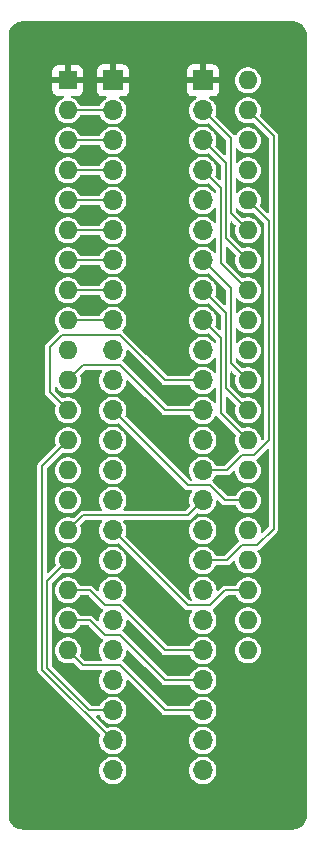
<source format=gbr>
G04 #@! TF.GenerationSoftware,KiCad,Pcbnew,8.0.4+dfsg-1*
G04 #@! TF.CreationDate,2024-12-10T10:24:55+09:00*
G04 #@! TF.ProjectId,bionic-mc68hc11d,62696f6e-6963-42d6-9d63-363868633131,8*
G04 #@! TF.SameCoordinates,Original*
G04 #@! TF.FileFunction,Copper,L2,Bot*
G04 #@! TF.FilePolarity,Positive*
%FSLAX46Y46*%
G04 Gerber Fmt 4.6, Leading zero omitted, Abs format (unit mm)*
G04 Created by KiCad (PCBNEW 8.0.4+dfsg-1) date 2024-12-10 10:24:55*
%MOMM*%
%LPD*%
G01*
G04 APERTURE LIST*
G04 #@! TA.AperFunction,ComponentPad*
%ADD10R,1.600000X1.600000*%
G04 #@! TD*
G04 #@! TA.AperFunction,ComponentPad*
%ADD11O,1.600000X1.600000*%
G04 #@! TD*
G04 #@! TA.AperFunction,ComponentPad*
%ADD12R,1.700000X1.700000*%
G04 #@! TD*
G04 #@! TA.AperFunction,ComponentPad*
%ADD13O,1.700000X1.700000*%
G04 #@! TD*
G04 #@! TA.AperFunction,ViaPad*
%ADD14C,0.600000*%
G04 #@! TD*
G04 #@! TA.AperFunction,Conductor*
%ADD15C,0.200000*%
G04 #@! TD*
G04 APERTURE END LIST*
D10*
X149260000Y-62380000D03*
D11*
X149260000Y-64920000D03*
X149260000Y-67460000D03*
X149260000Y-70000000D03*
X149260000Y-72540000D03*
X149260000Y-75080000D03*
X149260000Y-77620000D03*
X149260000Y-80160000D03*
X149260000Y-82700000D03*
X149260000Y-85240000D03*
X149260000Y-87780000D03*
X149260000Y-90320000D03*
X149260000Y-92860000D03*
X149260000Y-95400000D03*
X149260000Y-97940000D03*
X149260000Y-100480000D03*
X149260000Y-103020000D03*
X149260000Y-105560000D03*
X149260000Y-108100000D03*
X149260000Y-110640000D03*
X164500000Y-110640000D03*
X164500000Y-108100000D03*
X164500000Y-105560000D03*
X164500000Y-103020000D03*
X164500000Y-100480000D03*
X164500000Y-97940000D03*
X164500000Y-95400000D03*
X164500000Y-92860000D03*
X164500000Y-90320000D03*
X164500000Y-87780000D03*
X164500000Y-85240000D03*
X164500000Y-82700000D03*
X164500000Y-80160000D03*
X164500000Y-77620000D03*
X164500000Y-75080000D03*
X164500000Y-72540000D03*
X164500000Y-70000000D03*
X164500000Y-67460000D03*
X164500000Y-64920000D03*
X164500000Y-62380000D03*
D12*
X153070000Y-62380000D03*
D13*
X153070000Y-64920000D03*
X153070000Y-67460000D03*
X153070000Y-70000000D03*
X153070000Y-72540000D03*
X153070000Y-75080000D03*
X153070000Y-77620000D03*
X153070000Y-80160000D03*
X153070000Y-82700000D03*
X153070000Y-85240000D03*
X153070000Y-87780000D03*
X153070000Y-90320000D03*
X153070000Y-92860000D03*
X153070000Y-95400000D03*
X153070000Y-97940000D03*
X153070000Y-100480000D03*
X153070000Y-103020000D03*
X153070000Y-105560000D03*
X153070000Y-108100000D03*
X153070000Y-110640000D03*
X153070000Y-113180000D03*
X153070000Y-115720000D03*
X153070000Y-118260000D03*
X153070000Y-120800000D03*
X160690000Y-120800000D03*
X160690000Y-118260000D03*
X160690000Y-115720000D03*
X160690000Y-113180000D03*
X160690000Y-110640000D03*
X160690000Y-108100000D03*
X160690000Y-105560000D03*
X160690000Y-103020000D03*
X160690000Y-100480000D03*
X160690000Y-97940000D03*
X160690000Y-95400000D03*
X160690000Y-92860000D03*
X160690000Y-90320000D03*
X160690000Y-87780000D03*
X160690000Y-85240000D03*
X160690000Y-82700000D03*
X160690000Y-80160000D03*
X160690000Y-77620000D03*
X160690000Y-75080000D03*
X160690000Y-72540000D03*
X160690000Y-70000000D03*
X160690000Y-67460000D03*
X160690000Y-64920000D03*
D12*
X160690000Y-62380000D03*
D14*
X156880000Y-119530000D03*
X163230000Y-115720000D03*
X165770000Y-96670000D03*
X156880000Y-88288000D03*
X157769000Y-102512000D03*
X167802000Y-113180000D03*
X150911000Y-91590000D03*
X155610000Y-104798000D03*
X165516000Y-76350000D03*
X167802000Y-114958000D03*
D15*
X153070000Y-64920000D02*
X149260000Y-64920000D01*
X153070000Y-67460000D02*
X149260000Y-67460000D01*
X153070000Y-70000000D02*
X149260000Y-70000000D01*
X153070000Y-72540000D02*
X149260000Y-72540000D01*
X153070000Y-75080000D02*
X149260000Y-75080000D01*
X153070000Y-77620000D02*
X149260000Y-77620000D01*
X153070000Y-80160000D02*
X149260000Y-80160000D01*
X153070000Y-82700000D02*
X149260000Y-82700000D01*
X161325000Y-96670000D02*
X159420000Y-96670000D01*
X164500000Y-97940000D02*
X162595000Y-97940000D01*
X159420000Y-96670000D02*
X153070000Y-90320000D01*
X162595000Y-97940000D02*
X161325000Y-96670000D01*
X161325000Y-106830000D02*
X159420000Y-106830000D01*
X162595000Y-105560000D02*
X161325000Y-106830000D01*
X159420000Y-106830000D02*
X153070000Y-100480000D01*
X164500000Y-105560000D02*
X162595000Y-105560000D01*
X147482000Y-104798000D02*
X149260000Y-103020000D01*
X153070000Y-115720000D02*
X151095686Y-115720000D01*
X151095686Y-115720000D02*
X147482000Y-112106314D01*
X147482000Y-112106314D02*
X147482000Y-104798000D01*
X147082000Y-95038000D02*
X147082000Y-112272000D01*
X149260000Y-92860000D02*
X147082000Y-95038000D01*
X147082000Y-112272000D02*
X153070000Y-118260000D01*
X149260000Y-110640000D02*
X150531500Y-111911500D01*
X150531500Y-111911500D02*
X153706500Y-111911500D01*
X157515000Y-115720000D02*
X160690000Y-115720000D01*
X153706500Y-111911500D02*
X157515000Y-115720000D01*
X152435000Y-109370000D02*
X151165000Y-108100000D01*
X160690000Y-113180000D02*
X157515000Y-113180000D01*
X157515000Y-113180000D02*
X153705000Y-109370000D01*
X153705000Y-109370000D02*
X152435000Y-109370000D01*
X151165000Y-108100000D02*
X149260000Y-108100000D01*
X157515000Y-110640000D02*
X160690000Y-110640000D01*
X153705000Y-106830000D02*
X157515000Y-110640000D01*
X152435000Y-106830000D02*
X153705000Y-106830000D01*
X149260000Y-105560000D02*
X151165000Y-105560000D01*
X151165000Y-105560000D02*
X152435000Y-106830000D01*
X164500000Y-64920000D02*
X166678000Y-67098000D01*
X165262000Y-101750000D02*
X163992000Y-101750000D01*
X162722000Y-103020000D02*
X160690000Y-103020000D01*
X163992000Y-101750000D02*
X162722000Y-103020000D01*
X166678000Y-67098000D02*
X166678000Y-100334000D01*
X166678000Y-100334000D02*
X165262000Y-101750000D01*
X150530000Y-99210000D02*
X149260000Y-100480000D01*
X159420000Y-99210000D02*
X150530000Y-99210000D01*
X160690000Y-97940000D02*
X159420000Y-99210000D01*
X166278000Y-74318000D02*
X164500000Y-72540000D01*
X162722000Y-95400000D02*
X163992000Y-94130000D01*
X165008000Y-94130000D02*
X166278000Y-92860000D01*
X166278000Y-92860000D02*
X166278000Y-74318000D01*
X160690000Y-95400000D02*
X162722000Y-95400000D01*
X163992000Y-94130000D02*
X165008000Y-94130000D01*
X150530000Y-86510000D02*
X149260000Y-87780000D01*
X160690000Y-90320000D02*
X157515000Y-90320000D01*
X153705000Y-86510000D02*
X150530000Y-86510000D01*
X157515000Y-90320000D02*
X153705000Y-86510000D01*
X160690000Y-87780000D02*
X157515000Y-87780000D01*
X153705000Y-83970000D02*
X148733500Y-83970000D01*
X147736000Y-88796000D02*
X149260000Y-90320000D01*
X147736000Y-84967500D02*
X147736000Y-88796000D01*
X148733500Y-83970000D02*
X147736000Y-84967500D01*
X157515000Y-87780000D02*
X153705000Y-83970000D01*
X162214000Y-84224000D02*
X162214000Y-90574000D01*
X162214000Y-90574000D02*
X164500000Y-92860000D01*
X160690000Y-82700000D02*
X162214000Y-84224000D01*
X162630300Y-82100300D02*
X160690000Y-80160000D01*
X162630300Y-88450300D02*
X162630300Y-82100300D01*
X164500000Y-90320000D02*
X162630300Y-88450300D01*
X163060400Y-86340400D02*
X164500000Y-87780000D01*
X163060400Y-79990400D02*
X163060400Y-86340400D01*
X160690000Y-77620000D02*
X163060400Y-79990400D01*
X162214000Y-77874000D02*
X164500000Y-80160000D01*
X160690000Y-70000000D02*
X162214000Y-71524000D01*
X162214000Y-71524000D02*
X162214000Y-77874000D01*
X164500000Y-77620000D02*
X162630300Y-75750300D01*
X162630300Y-69400300D02*
X160690000Y-67460000D01*
X162630300Y-75750300D02*
X162630300Y-69400300D01*
X163060400Y-67290400D02*
X163060400Y-73640400D01*
X163060400Y-73640400D02*
X164500000Y-75080000D01*
X160690000Y-64920000D02*
X163060400Y-67290400D01*
G04 #@! TA.AperFunction,Conductor*
G36*
X163638900Y-73225869D02*
G01*
X163683236Y-73284579D01*
X163833959Y-73421981D01*
X164007363Y-73529348D01*
X164197544Y-73603024D01*
X164398024Y-73640500D01*
X164601976Y-73640500D01*
X164802456Y-73603024D01*
X164882258Y-73572107D01*
X164943350Y-73568717D01*
X164988026Y-73594418D01*
X165848504Y-74454896D01*
X165876281Y-74509413D01*
X165877500Y-74524900D01*
X165877500Y-92653099D01*
X165858593Y-92711290D01*
X165848503Y-92723103D01*
X165763359Y-92808246D01*
X165708842Y-92836023D01*
X165648410Y-92826451D01*
X165605146Y-92783187D01*
X165594779Y-92747381D01*
X165586397Y-92656917D01*
X165530582Y-92460750D01*
X165439673Y-92278179D01*
X165316764Y-92115421D01*
X165166041Y-91978019D01*
X164992637Y-91870652D01*
X164802456Y-91796976D01*
X164802455Y-91796975D01*
X164802453Y-91796975D01*
X164601976Y-91759500D01*
X164398024Y-91759500D01*
X164197552Y-91796974D01*
X164197546Y-91796975D01*
X164197544Y-91796976D01*
X164131296Y-91822639D01*
X164117738Y-91827892D01*
X164056647Y-91831281D01*
X164011973Y-91805580D01*
X162643496Y-90437103D01*
X162615719Y-90382586D01*
X162614500Y-90367099D01*
X162614500Y-89239901D01*
X162633407Y-89181710D01*
X162682907Y-89145746D01*
X162744093Y-89145746D01*
X162783504Y-89169897D01*
X163442663Y-89829056D01*
X163470440Y-89883573D01*
X163467880Y-89926152D01*
X163413603Y-90116915D01*
X163413603Y-90116917D01*
X163394785Y-90320000D01*
X163413603Y-90523083D01*
X163469418Y-90719250D01*
X163560327Y-90901821D01*
X163683236Y-91064579D01*
X163833959Y-91201981D01*
X164007363Y-91309348D01*
X164197544Y-91383024D01*
X164398024Y-91420500D01*
X164601976Y-91420500D01*
X164802456Y-91383024D01*
X164992637Y-91309348D01*
X165166041Y-91201981D01*
X165316764Y-91064579D01*
X165439673Y-90901821D01*
X165530582Y-90719250D01*
X165586397Y-90523083D01*
X165605215Y-90320000D01*
X165586397Y-90116917D01*
X165530582Y-89920750D01*
X165439673Y-89738179D01*
X165316764Y-89575421D01*
X165166041Y-89438019D01*
X164992637Y-89330652D01*
X164802456Y-89256976D01*
X164802455Y-89256975D01*
X164802453Y-89256975D01*
X164601976Y-89219500D01*
X164398024Y-89219500D01*
X164197552Y-89256974D01*
X164197546Y-89256975D01*
X164197544Y-89256976D01*
X164131296Y-89282639D01*
X164117738Y-89287892D01*
X164056647Y-89291281D01*
X164011973Y-89265580D01*
X163059796Y-88313403D01*
X163032019Y-88258886D01*
X163030800Y-88243399D01*
X163030800Y-87116201D01*
X163049707Y-87058010D01*
X163099207Y-87022046D01*
X163160393Y-87022046D01*
X163199804Y-87046197D01*
X163442663Y-87289056D01*
X163470440Y-87343573D01*
X163467880Y-87386152D01*
X163413603Y-87576915D01*
X163413603Y-87576917D01*
X163394785Y-87780000D01*
X163413603Y-87983083D01*
X163469418Y-88179250D01*
X163560327Y-88361821D01*
X163683236Y-88524579D01*
X163833959Y-88661981D01*
X164007363Y-88769348D01*
X164197544Y-88843024D01*
X164398024Y-88880500D01*
X164601976Y-88880500D01*
X164802456Y-88843024D01*
X164992637Y-88769348D01*
X165166041Y-88661981D01*
X165316764Y-88524579D01*
X165439673Y-88361821D01*
X165530582Y-88179250D01*
X165586397Y-87983083D01*
X165605215Y-87780000D01*
X165586397Y-87576917D01*
X165530582Y-87380750D01*
X165439673Y-87198179D01*
X165316764Y-87035421D01*
X165166041Y-86898019D01*
X164992637Y-86790652D01*
X164802456Y-86716976D01*
X164802455Y-86716975D01*
X164802453Y-86716975D01*
X164601976Y-86679500D01*
X164398024Y-86679500D01*
X164197552Y-86716974D01*
X164197546Y-86716975D01*
X164197544Y-86716976D01*
X164131296Y-86742639D01*
X164117738Y-86747892D01*
X164056647Y-86751281D01*
X164011973Y-86725580D01*
X163489896Y-86203503D01*
X163462119Y-86148986D01*
X163460900Y-86133499D01*
X163460900Y-85985533D01*
X163479807Y-85927342D01*
X163529307Y-85891378D01*
X163590493Y-85891378D01*
X163638900Y-85925869D01*
X163683236Y-85984579D01*
X163833959Y-86121981D01*
X164007363Y-86229348D01*
X164197544Y-86303024D01*
X164398024Y-86340500D01*
X164601976Y-86340500D01*
X164802456Y-86303024D01*
X164992637Y-86229348D01*
X165166041Y-86121981D01*
X165316764Y-85984579D01*
X165439673Y-85821821D01*
X165530582Y-85639250D01*
X165586397Y-85443083D01*
X165605215Y-85240000D01*
X165586397Y-85036917D01*
X165530582Y-84840750D01*
X165439673Y-84658179D01*
X165316764Y-84495421D01*
X165166041Y-84358019D01*
X164992637Y-84250652D01*
X164802456Y-84176976D01*
X164802455Y-84176975D01*
X164802453Y-84176975D01*
X164601976Y-84139500D01*
X164398024Y-84139500D01*
X164197546Y-84176975D01*
X164127632Y-84204059D01*
X164007363Y-84250652D01*
X163898676Y-84317948D01*
X163833959Y-84358019D01*
X163683234Y-84495423D01*
X163638903Y-84554127D01*
X163588747Y-84589170D01*
X163527572Y-84588039D01*
X163478745Y-84551166D01*
X163460900Y-84494466D01*
X163460900Y-83445533D01*
X163479807Y-83387342D01*
X163529307Y-83351378D01*
X163590493Y-83351378D01*
X163638900Y-83385869D01*
X163683236Y-83444579D01*
X163833959Y-83581981D01*
X164007363Y-83689348D01*
X164197544Y-83763024D01*
X164398024Y-83800500D01*
X164601976Y-83800500D01*
X164802456Y-83763024D01*
X164992637Y-83689348D01*
X165166041Y-83581981D01*
X165316764Y-83444579D01*
X165439673Y-83281821D01*
X165530582Y-83099250D01*
X165586397Y-82903083D01*
X165605215Y-82700000D01*
X165586397Y-82496917D01*
X165530582Y-82300750D01*
X165439673Y-82118179D01*
X165316764Y-81955421D01*
X165166041Y-81818019D01*
X164992637Y-81710652D01*
X164802456Y-81636976D01*
X164802455Y-81636975D01*
X164802453Y-81636975D01*
X164601976Y-81599500D01*
X164398024Y-81599500D01*
X164197546Y-81636975D01*
X164127632Y-81664059D01*
X164007363Y-81710652D01*
X163898676Y-81777948D01*
X163833959Y-81818019D01*
X163683234Y-81955423D01*
X163638903Y-82014127D01*
X163588747Y-82049170D01*
X163527572Y-82048039D01*
X163478745Y-82011166D01*
X163460900Y-81954466D01*
X163460900Y-80905533D01*
X163479807Y-80847342D01*
X163529307Y-80811378D01*
X163590493Y-80811378D01*
X163638900Y-80845869D01*
X163683236Y-80904579D01*
X163833959Y-81041981D01*
X164007363Y-81149348D01*
X164197544Y-81223024D01*
X164398024Y-81260500D01*
X164601976Y-81260500D01*
X164802456Y-81223024D01*
X164992637Y-81149348D01*
X165166041Y-81041981D01*
X165316764Y-80904579D01*
X165439673Y-80741821D01*
X165530582Y-80559250D01*
X165586397Y-80363083D01*
X165605215Y-80160000D01*
X165586397Y-79956917D01*
X165530582Y-79760750D01*
X165439673Y-79578179D01*
X165316764Y-79415421D01*
X165166041Y-79278019D01*
X164992637Y-79170652D01*
X164802456Y-79096976D01*
X164802455Y-79096975D01*
X164802453Y-79096975D01*
X164601976Y-79059500D01*
X164398024Y-79059500D01*
X164197552Y-79096974D01*
X164197546Y-79096975D01*
X164197544Y-79096976D01*
X164131296Y-79122639D01*
X164117738Y-79127892D01*
X164056647Y-79131281D01*
X164011973Y-79105580D01*
X162643496Y-77737103D01*
X162615719Y-77682586D01*
X162614500Y-77667099D01*
X162614500Y-76539901D01*
X162633407Y-76481710D01*
X162682907Y-76445746D01*
X162744093Y-76445746D01*
X162783504Y-76469897D01*
X163442663Y-77129056D01*
X163470440Y-77183573D01*
X163467880Y-77226152D01*
X163413603Y-77416915D01*
X163413603Y-77416917D01*
X163394785Y-77620000D01*
X163413603Y-77823083D01*
X163469418Y-78019250D01*
X163560327Y-78201821D01*
X163683236Y-78364579D01*
X163833959Y-78501981D01*
X164007363Y-78609348D01*
X164197544Y-78683024D01*
X164398024Y-78720500D01*
X164601976Y-78720500D01*
X164802456Y-78683024D01*
X164992637Y-78609348D01*
X165166041Y-78501981D01*
X165316764Y-78364579D01*
X165439673Y-78201821D01*
X165530582Y-78019250D01*
X165586397Y-77823083D01*
X165605215Y-77620000D01*
X165586397Y-77416917D01*
X165530582Y-77220750D01*
X165439673Y-77038179D01*
X165316764Y-76875421D01*
X165166041Y-76738019D01*
X164992637Y-76630652D01*
X164802456Y-76556976D01*
X164802455Y-76556975D01*
X164802453Y-76556975D01*
X164601976Y-76519500D01*
X164398024Y-76519500D01*
X164197552Y-76556974D01*
X164197546Y-76556975D01*
X164197544Y-76556976D01*
X164131296Y-76582639D01*
X164117738Y-76587892D01*
X164056647Y-76591281D01*
X164011973Y-76565580D01*
X163059796Y-75613403D01*
X163032019Y-75558886D01*
X163030800Y-75543399D01*
X163030800Y-74416201D01*
X163049707Y-74358010D01*
X163099207Y-74322046D01*
X163160393Y-74322046D01*
X163199804Y-74346197D01*
X163442663Y-74589056D01*
X163470440Y-74643573D01*
X163467880Y-74686152D01*
X163413603Y-74876915D01*
X163413603Y-74876917D01*
X163394785Y-75080000D01*
X163413603Y-75283083D01*
X163469418Y-75479250D01*
X163560327Y-75661821D01*
X163683236Y-75824579D01*
X163833959Y-75961981D01*
X164007363Y-76069348D01*
X164197544Y-76143024D01*
X164398024Y-76180500D01*
X164601976Y-76180500D01*
X164802456Y-76143024D01*
X164992637Y-76069348D01*
X165166041Y-75961981D01*
X165316764Y-75824579D01*
X165439673Y-75661821D01*
X165530582Y-75479250D01*
X165586397Y-75283083D01*
X165605215Y-75080000D01*
X165586397Y-74876917D01*
X165530582Y-74680750D01*
X165439673Y-74498179D01*
X165316764Y-74335421D01*
X165166041Y-74198019D01*
X164992637Y-74090652D01*
X164802456Y-74016976D01*
X164802455Y-74016975D01*
X164802453Y-74016975D01*
X164601976Y-73979500D01*
X164398024Y-73979500D01*
X164197552Y-74016974D01*
X164197546Y-74016975D01*
X164197544Y-74016976D01*
X164131296Y-74042639D01*
X164117738Y-74047892D01*
X164056647Y-74051281D01*
X164011973Y-74025580D01*
X163489896Y-73503503D01*
X163462119Y-73448986D01*
X163460900Y-73433499D01*
X163460900Y-73285533D01*
X163479807Y-73227342D01*
X163529307Y-73191378D01*
X163590493Y-73191378D01*
X163638900Y-73225869D01*
G37*
G04 #@! TD.AperFunction*
G04 #@! TA.AperFunction,Conductor*
G36*
X154359231Y-85200553D02*
G01*
X154390086Y-85221479D01*
X157194518Y-88025910D01*
X157194520Y-88025913D01*
X157269087Y-88100480D01*
X157269089Y-88100481D01*
X157360409Y-88153205D01*
X157360413Y-88153207D01*
X157462270Y-88180500D01*
X157462272Y-88180501D01*
X157462273Y-88180501D01*
X157573790Y-88180501D01*
X157573806Y-88180500D01*
X159542887Y-88180500D01*
X159601078Y-88199407D01*
X159631508Y-88235372D01*
X159690919Y-88354687D01*
X159707634Y-88388255D01*
X159836128Y-88558407D01*
X159886784Y-88604586D01*
X159993692Y-88702047D01*
X159993699Y-88702053D01*
X160060272Y-88743273D01*
X160174981Y-88814298D01*
X160373802Y-88891321D01*
X160583390Y-88930500D01*
X160796610Y-88930500D01*
X161006198Y-88891321D01*
X161205019Y-88814298D01*
X161386302Y-88702052D01*
X161543872Y-88558407D01*
X161635498Y-88437075D01*
X161685653Y-88402034D01*
X161746827Y-88403165D01*
X161795654Y-88440037D01*
X161813500Y-88496738D01*
X161813500Y-89603261D01*
X161794593Y-89661452D01*
X161745093Y-89697416D01*
X161683907Y-89697416D01*
X161635497Y-89662922D01*
X161543880Y-89541603D01*
X161543877Y-89541600D01*
X161543872Y-89541593D01*
X161489623Y-89492139D01*
X161386307Y-89397952D01*
X161386300Y-89397946D01*
X161205024Y-89285705D01*
X161205019Y-89285702D01*
X161006195Y-89208678D01*
X160796610Y-89169500D01*
X160583390Y-89169500D01*
X160373804Y-89208678D01*
X160174980Y-89285702D01*
X160174975Y-89285705D01*
X159993699Y-89397946D01*
X159993692Y-89397952D01*
X159836135Y-89541586D01*
X159836131Y-89541589D01*
X159836128Y-89541593D01*
X159836125Y-89541597D01*
X159707635Y-89711743D01*
X159707630Y-89711752D01*
X159631508Y-89864628D01*
X159588646Y-89908290D01*
X159542887Y-89919500D01*
X157721900Y-89919500D01*
X157663709Y-89900593D01*
X157651896Y-89890504D01*
X155861872Y-88100480D01*
X153950913Y-86189520D01*
X153950910Y-86189518D01*
X153936680Y-86181302D01*
X153895739Y-86135831D01*
X153889345Y-86074981D01*
X153919489Y-86022401D01*
X153923872Y-86018407D01*
X154052366Y-85848255D01*
X154147405Y-85657389D01*
X154205756Y-85452310D01*
X154221505Y-85282346D01*
X154245700Y-85226151D01*
X154298307Y-85194907D01*
X154359231Y-85200553D01*
G37*
G04 #@! TD.AperFunction*
G04 #@! TA.AperFunction,Conductor*
G36*
X168313875Y-57375805D02*
G01*
X168489097Y-57389594D01*
X168504430Y-57392023D01*
X168671550Y-57432145D01*
X168686317Y-57436943D01*
X168845104Y-57502715D01*
X168858926Y-57509758D01*
X169005469Y-57599560D01*
X169018032Y-57608688D01*
X169148717Y-57720303D01*
X169159699Y-57731285D01*
X169271311Y-57861967D01*
X169280440Y-57874532D01*
X169370238Y-58021068D01*
X169377287Y-58034902D01*
X169443054Y-58193678D01*
X169447855Y-58208453D01*
X169487975Y-58375564D01*
X169490405Y-58390907D01*
X169504195Y-58566123D01*
X169504500Y-58573891D01*
X169504500Y-124606108D01*
X169504195Y-124613876D01*
X169490405Y-124789092D01*
X169487975Y-124804435D01*
X169447855Y-124971546D01*
X169443054Y-124986321D01*
X169377287Y-125145097D01*
X169370234Y-125158939D01*
X169280442Y-125305465D01*
X169271311Y-125318032D01*
X169159699Y-125448714D01*
X169148714Y-125459699D01*
X169018032Y-125571311D01*
X169005465Y-125580442D01*
X168858939Y-125670234D01*
X168845097Y-125677287D01*
X168686321Y-125743054D01*
X168671546Y-125747855D01*
X168504435Y-125787975D01*
X168489092Y-125790405D01*
X168329743Y-125802946D01*
X168313874Y-125804195D01*
X168306108Y-125804500D01*
X145453892Y-125804500D01*
X145446125Y-125804195D01*
X145427014Y-125802691D01*
X145270907Y-125790405D01*
X145255564Y-125787975D01*
X145088453Y-125747855D01*
X145073678Y-125743054D01*
X144914902Y-125677287D01*
X144901068Y-125670238D01*
X144754532Y-125580440D01*
X144741967Y-125571311D01*
X144642706Y-125486535D01*
X144611282Y-125459696D01*
X144600303Y-125448717D01*
X144488688Y-125318032D01*
X144479560Y-125305469D01*
X144389758Y-125158926D01*
X144382715Y-125145104D01*
X144316943Y-124986317D01*
X144312144Y-124971546D01*
X144272024Y-124804435D01*
X144269594Y-124789097D01*
X144255805Y-124613875D01*
X144255500Y-124606108D01*
X144255500Y-120800000D01*
X151914571Y-120800000D01*
X151934244Y-121012310D01*
X151992595Y-121217389D01*
X152087634Y-121408255D01*
X152216128Y-121578407D01*
X152216135Y-121578413D01*
X152373692Y-121722047D01*
X152373699Y-121722053D01*
X152477389Y-121786255D01*
X152554981Y-121834298D01*
X152753802Y-121911321D01*
X152963390Y-121950500D01*
X153176610Y-121950500D01*
X153386198Y-121911321D01*
X153585019Y-121834298D01*
X153766302Y-121722052D01*
X153923872Y-121578407D01*
X154052366Y-121408255D01*
X154147405Y-121217389D01*
X154205756Y-121012310D01*
X154225429Y-120800000D01*
X159534571Y-120800000D01*
X159554244Y-121012310D01*
X159612595Y-121217389D01*
X159707634Y-121408255D01*
X159836128Y-121578407D01*
X159836135Y-121578413D01*
X159993692Y-121722047D01*
X159993699Y-121722053D01*
X160097389Y-121786255D01*
X160174981Y-121834298D01*
X160373802Y-121911321D01*
X160583390Y-121950500D01*
X160796610Y-121950500D01*
X161006198Y-121911321D01*
X161205019Y-121834298D01*
X161386302Y-121722052D01*
X161543872Y-121578407D01*
X161672366Y-121408255D01*
X161767405Y-121217389D01*
X161825756Y-121012310D01*
X161845429Y-120800000D01*
X161825756Y-120587690D01*
X161767405Y-120382611D01*
X161672366Y-120191745D01*
X161543872Y-120021593D01*
X161489623Y-119972139D01*
X161386307Y-119877952D01*
X161386300Y-119877946D01*
X161205024Y-119765705D01*
X161205019Y-119765702D01*
X161006195Y-119688678D01*
X160796610Y-119649500D01*
X160583390Y-119649500D01*
X160373804Y-119688678D01*
X160174980Y-119765702D01*
X160174975Y-119765705D01*
X159993699Y-119877946D01*
X159993692Y-119877952D01*
X159836135Y-120021586D01*
X159836131Y-120021589D01*
X159836128Y-120021593D01*
X159836125Y-120021597D01*
X159707635Y-120191743D01*
X159707630Y-120191752D01*
X159612596Y-120382608D01*
X159554244Y-120587688D01*
X159554244Y-120587690D01*
X159534571Y-120800000D01*
X154225429Y-120800000D01*
X154205756Y-120587690D01*
X154147405Y-120382611D01*
X154052366Y-120191745D01*
X153923872Y-120021593D01*
X153869623Y-119972139D01*
X153766307Y-119877952D01*
X153766300Y-119877946D01*
X153585024Y-119765705D01*
X153585019Y-119765702D01*
X153386195Y-119688678D01*
X153176610Y-119649500D01*
X152963390Y-119649500D01*
X152753804Y-119688678D01*
X152554980Y-119765702D01*
X152554975Y-119765705D01*
X152373699Y-119877946D01*
X152373692Y-119877952D01*
X152216135Y-120021586D01*
X152216131Y-120021589D01*
X152216128Y-120021593D01*
X152216125Y-120021597D01*
X152087635Y-120191743D01*
X152087630Y-120191752D01*
X151992596Y-120382608D01*
X151934244Y-120587688D01*
X151934244Y-120587690D01*
X151914571Y-120800000D01*
X144255500Y-120800000D01*
X144255500Y-94985273D01*
X146681500Y-94985273D01*
X146681500Y-112219273D01*
X146681500Y-112324727D01*
X146683156Y-112330907D01*
X146708794Y-112426592D01*
X146761516Y-112517908D01*
X146761517Y-112517909D01*
X146761518Y-112517910D01*
X146761520Y-112517913D01*
X149508235Y-115264628D01*
X151973348Y-117729741D01*
X152001125Y-117784258D01*
X151992904Y-117837818D01*
X151994249Y-117838339D01*
X151992598Y-117842598D01*
X151934244Y-118047688D01*
X151934244Y-118047690D01*
X151914571Y-118260000D01*
X151934244Y-118472310D01*
X151992595Y-118677389D01*
X152087634Y-118868255D01*
X152216128Y-119038407D01*
X152216135Y-119038413D01*
X152373692Y-119182047D01*
X152373699Y-119182053D01*
X152477389Y-119246255D01*
X152554981Y-119294298D01*
X152753802Y-119371321D01*
X152963390Y-119410500D01*
X153176610Y-119410500D01*
X153386198Y-119371321D01*
X153585019Y-119294298D01*
X153766302Y-119182052D01*
X153923872Y-119038407D01*
X154052366Y-118868255D01*
X154147405Y-118677389D01*
X154205756Y-118472310D01*
X154225429Y-118260000D01*
X159534571Y-118260000D01*
X159554244Y-118472310D01*
X159612595Y-118677389D01*
X159707634Y-118868255D01*
X159836128Y-119038407D01*
X159836135Y-119038413D01*
X159993692Y-119182047D01*
X159993699Y-119182053D01*
X160097389Y-119246255D01*
X160174981Y-119294298D01*
X160373802Y-119371321D01*
X160583390Y-119410500D01*
X160796610Y-119410500D01*
X161006198Y-119371321D01*
X161205019Y-119294298D01*
X161386302Y-119182052D01*
X161543872Y-119038407D01*
X161672366Y-118868255D01*
X161767405Y-118677389D01*
X161825756Y-118472310D01*
X161845429Y-118260000D01*
X161825756Y-118047690D01*
X161767405Y-117842611D01*
X161672366Y-117651745D01*
X161543872Y-117481593D01*
X161489623Y-117432139D01*
X161386307Y-117337952D01*
X161386300Y-117337946D01*
X161205024Y-117225705D01*
X161205019Y-117225702D01*
X161119657Y-117192633D01*
X161006198Y-117148679D01*
X161006197Y-117148678D01*
X161006195Y-117148678D01*
X160796610Y-117109500D01*
X160583390Y-117109500D01*
X160373804Y-117148678D01*
X160174980Y-117225702D01*
X160174975Y-117225705D01*
X159993699Y-117337946D01*
X159993692Y-117337952D01*
X159836135Y-117481586D01*
X159836131Y-117481589D01*
X159836128Y-117481593D01*
X159836125Y-117481597D01*
X159707635Y-117651743D01*
X159707630Y-117651752D01*
X159612596Y-117842608D01*
X159554244Y-118047688D01*
X159554244Y-118047690D01*
X159534571Y-118260000D01*
X154225429Y-118260000D01*
X154205756Y-118047690D01*
X154147405Y-117842611D01*
X154052366Y-117651745D01*
X153923872Y-117481593D01*
X153869623Y-117432139D01*
X153766307Y-117337952D01*
X153766300Y-117337946D01*
X153585024Y-117225705D01*
X153585019Y-117225702D01*
X153499657Y-117192633D01*
X153386198Y-117148679D01*
X153386197Y-117148678D01*
X153386195Y-117148678D01*
X153176610Y-117109500D01*
X152963390Y-117109500D01*
X152753802Y-117148678D01*
X152649091Y-117189243D01*
X152588000Y-117192633D01*
X152543325Y-117166932D01*
X151665897Y-116289504D01*
X151638120Y-116234987D01*
X151647691Y-116174555D01*
X151690956Y-116131290D01*
X151735901Y-116120500D01*
X151922887Y-116120500D01*
X151981078Y-116139407D01*
X152011508Y-116175372D01*
X152068338Y-116289504D01*
X152087634Y-116328255D01*
X152216128Y-116498407D01*
X152216135Y-116498413D01*
X152373692Y-116642047D01*
X152373699Y-116642053D01*
X152477389Y-116706255D01*
X152554981Y-116754298D01*
X152753802Y-116831321D01*
X152963390Y-116870500D01*
X153176610Y-116870500D01*
X153386198Y-116831321D01*
X153585019Y-116754298D01*
X153766302Y-116642052D01*
X153923872Y-116498407D01*
X154052366Y-116328255D01*
X154147405Y-116137389D01*
X154205756Y-115932310D01*
X154225429Y-115720000D01*
X154205756Y-115507690D01*
X154147405Y-115302611D01*
X154052366Y-115111745D01*
X153923872Y-114941593D01*
X153869623Y-114892139D01*
X153766307Y-114797952D01*
X153766300Y-114797946D01*
X153585024Y-114685705D01*
X153585019Y-114685702D01*
X153386195Y-114608678D01*
X153176610Y-114569500D01*
X152963390Y-114569500D01*
X152753804Y-114608678D01*
X152554980Y-114685702D01*
X152554975Y-114685705D01*
X152373699Y-114797946D01*
X152373692Y-114797952D01*
X152216135Y-114941586D01*
X152216131Y-114941589D01*
X152216128Y-114941593D01*
X152216125Y-114941597D01*
X152087635Y-115111743D01*
X152087630Y-115111752D01*
X152011508Y-115264628D01*
X151968646Y-115308290D01*
X151922887Y-115319500D01*
X151302586Y-115319500D01*
X151244395Y-115300593D01*
X151232582Y-115290504D01*
X147911496Y-111969417D01*
X147883719Y-111914900D01*
X147882500Y-111899413D01*
X147882500Y-105560000D01*
X148154785Y-105560000D01*
X148173603Y-105763083D01*
X148229418Y-105959250D01*
X148320327Y-106141821D01*
X148443236Y-106304579D01*
X148593959Y-106441981D01*
X148767363Y-106549348D01*
X148957544Y-106623024D01*
X149158024Y-106660500D01*
X149361976Y-106660500D01*
X149562456Y-106623024D01*
X149752637Y-106549348D01*
X149926041Y-106441981D01*
X150076764Y-106304579D01*
X150199673Y-106141821D01*
X150262637Y-106015371D01*
X150305500Y-105971709D01*
X150351258Y-105960500D01*
X150958099Y-105960500D01*
X151016290Y-105979407D01*
X151028103Y-105989496D01*
X152189087Y-107150480D01*
X152189090Y-107150482D01*
X152203316Y-107158695D01*
X152244257Y-107204164D01*
X152250654Y-107265014D01*
X152220521Y-107317587D01*
X152216130Y-107321590D01*
X152216128Y-107321592D01*
X152087640Y-107491736D01*
X152087630Y-107491752D01*
X151992596Y-107682608D01*
X151934244Y-107887688D01*
X151918495Y-108057651D01*
X151894299Y-108113849D01*
X151841691Y-108145092D01*
X151780767Y-108139446D01*
X151749914Y-108118520D01*
X151410913Y-107779520D01*
X151410908Y-107779516D01*
X151319591Y-107726794D01*
X151319593Y-107726794D01*
X151280070Y-107716204D01*
X151217727Y-107699500D01*
X151217725Y-107699500D01*
X150351258Y-107699500D01*
X150293067Y-107680593D01*
X150262637Y-107644628D01*
X150199676Y-107518186D01*
X150199673Y-107518179D01*
X150076764Y-107355421D01*
X149926041Y-107218019D01*
X149752637Y-107110652D01*
X149562456Y-107036976D01*
X149562455Y-107036975D01*
X149562453Y-107036975D01*
X149361976Y-106999500D01*
X149158024Y-106999500D01*
X148957546Y-107036975D01*
X148887632Y-107064059D01*
X148767363Y-107110652D01*
X148617881Y-107203207D01*
X148593959Y-107218019D01*
X148443237Y-107355420D01*
X148320328Y-107518177D01*
X148320323Y-107518186D01*
X148238450Y-107682611D01*
X148229418Y-107700750D01*
X148173603Y-107896917D01*
X148154785Y-108100000D01*
X148173603Y-108303083D01*
X148229418Y-108499250D01*
X148320327Y-108681821D01*
X148443236Y-108844579D01*
X148593959Y-108981981D01*
X148767363Y-109089348D01*
X148957544Y-109163024D01*
X149158024Y-109200500D01*
X149361976Y-109200500D01*
X149562456Y-109163024D01*
X149752637Y-109089348D01*
X149926041Y-108981981D01*
X150076764Y-108844579D01*
X150199673Y-108681821D01*
X150262637Y-108555371D01*
X150305500Y-108511709D01*
X150351258Y-108500500D01*
X150958099Y-108500500D01*
X151016290Y-108519407D01*
X151028103Y-108529496D01*
X152189087Y-109690480D01*
X152189089Y-109690481D01*
X152203316Y-109698695D01*
X152244257Y-109744164D01*
X152250654Y-109805014D01*
X152220521Y-109857587D01*
X152216130Y-109861590D01*
X152216128Y-109861592D01*
X152087640Y-110031736D01*
X152087630Y-110031752D01*
X151992596Y-110222608D01*
X151934244Y-110427688D01*
X151934244Y-110427690D01*
X151914571Y-110640000D01*
X151934244Y-110852310D01*
X151992595Y-111057389D01*
X152087634Y-111248255D01*
X152087639Y-111248262D01*
X152087640Y-111248263D01*
X152166235Y-111352339D01*
X152186215Y-111410170D01*
X152168387Y-111468700D01*
X152119560Y-111505573D01*
X152087232Y-111511000D01*
X150738399Y-111511000D01*
X150680208Y-111492093D01*
X150668395Y-111482003D01*
X150317335Y-111130942D01*
X150289558Y-111076426D01*
X150292117Y-111033853D01*
X150346397Y-110843083D01*
X150365215Y-110640000D01*
X150346397Y-110436917D01*
X150290582Y-110240750D01*
X150199673Y-110058179D01*
X150076764Y-109895421D01*
X149926041Y-109758019D01*
X149752637Y-109650652D01*
X149562456Y-109576976D01*
X149562455Y-109576975D01*
X149562453Y-109576975D01*
X149361976Y-109539500D01*
X149158024Y-109539500D01*
X148957546Y-109576975D01*
X148887632Y-109604059D01*
X148767363Y-109650652D01*
X148658676Y-109717948D01*
X148593959Y-109758019D01*
X148443237Y-109895420D01*
X148320328Y-110058177D01*
X148320323Y-110058186D01*
X148238450Y-110222611D01*
X148229418Y-110240750D01*
X148173603Y-110436917D01*
X148154785Y-110640000D01*
X148173603Y-110843083D01*
X148229418Y-111039250D01*
X148320327Y-111221821D01*
X148443236Y-111384579D01*
X148593959Y-111521981D01*
X148767363Y-111629348D01*
X148957544Y-111703024D01*
X149158024Y-111740500D01*
X149361976Y-111740500D01*
X149562456Y-111703024D01*
X149642258Y-111672107D01*
X149703350Y-111668717D01*
X149748026Y-111694418D01*
X150211018Y-112157410D01*
X150211020Y-112157413D01*
X150285587Y-112231980D01*
X150285589Y-112231981D01*
X150376909Y-112284705D01*
X150376913Y-112284707D01*
X150478770Y-112312000D01*
X150478772Y-112312001D01*
X150478773Y-112312001D01*
X150590290Y-112312001D01*
X150590306Y-112312000D01*
X152084966Y-112312000D01*
X152143157Y-112330907D01*
X152179121Y-112380407D01*
X152179121Y-112441593D01*
X152163970Y-112470661D01*
X152087635Y-112571743D01*
X152087630Y-112571752D01*
X151992596Y-112762608D01*
X151934244Y-112967688D01*
X151934244Y-112967690D01*
X151914571Y-113180000D01*
X151934244Y-113392310D01*
X151992595Y-113597389D01*
X152087634Y-113788255D01*
X152216128Y-113958407D01*
X152216135Y-113958413D01*
X152373692Y-114102047D01*
X152373699Y-114102053D01*
X152477389Y-114166255D01*
X152554981Y-114214298D01*
X152753802Y-114291321D01*
X152963390Y-114330500D01*
X153176610Y-114330500D01*
X153386198Y-114291321D01*
X153585019Y-114214298D01*
X153766302Y-114102052D01*
X153923872Y-113958407D01*
X154052366Y-113788255D01*
X154147405Y-113597389D01*
X154205756Y-113392310D01*
X154221505Y-113222346D01*
X154245700Y-113166151D01*
X154298307Y-113134907D01*
X154359231Y-113140553D01*
X154390086Y-113161479D01*
X157194520Y-115965913D01*
X157194519Y-115965913D01*
X157269087Y-116040480D01*
X157360413Y-116093207D01*
X157462273Y-116120500D01*
X157567727Y-116120500D01*
X159542887Y-116120500D01*
X159601078Y-116139407D01*
X159631508Y-116175372D01*
X159688338Y-116289504D01*
X159707634Y-116328255D01*
X159836128Y-116498407D01*
X159836135Y-116498413D01*
X159993692Y-116642047D01*
X159993699Y-116642053D01*
X160097389Y-116706255D01*
X160174981Y-116754298D01*
X160373802Y-116831321D01*
X160583390Y-116870500D01*
X160796610Y-116870500D01*
X161006198Y-116831321D01*
X161205019Y-116754298D01*
X161386302Y-116642052D01*
X161543872Y-116498407D01*
X161672366Y-116328255D01*
X161767405Y-116137389D01*
X161825756Y-115932310D01*
X161845429Y-115720000D01*
X161825756Y-115507690D01*
X161767405Y-115302611D01*
X161672366Y-115111745D01*
X161543872Y-114941593D01*
X161489623Y-114892139D01*
X161386307Y-114797952D01*
X161386300Y-114797946D01*
X161205024Y-114685705D01*
X161205019Y-114685702D01*
X161006195Y-114608678D01*
X160796610Y-114569500D01*
X160583390Y-114569500D01*
X160373804Y-114608678D01*
X160174980Y-114685702D01*
X160174975Y-114685705D01*
X159993699Y-114797946D01*
X159993692Y-114797952D01*
X159836135Y-114941586D01*
X159836131Y-114941589D01*
X159836128Y-114941593D01*
X159836125Y-114941597D01*
X159707635Y-115111743D01*
X159707630Y-115111752D01*
X159631508Y-115264628D01*
X159588646Y-115308290D01*
X159542887Y-115319500D01*
X157721901Y-115319500D01*
X157663710Y-115300593D01*
X157651897Y-115290504D01*
X155861873Y-113500480D01*
X153952413Y-111591020D01*
X153952410Y-111591018D01*
X153936254Y-111581690D01*
X153895313Y-111536219D01*
X153888919Y-111475369D01*
X153919065Y-111422789D01*
X153923872Y-111418407D01*
X154052366Y-111248255D01*
X154147405Y-111057389D01*
X154205756Y-110852310D01*
X154221505Y-110682346D01*
X154245700Y-110626151D01*
X154298307Y-110594907D01*
X154359231Y-110600553D01*
X154390086Y-110621479D01*
X155798108Y-112029500D01*
X157194518Y-113425910D01*
X157194520Y-113425913D01*
X157269087Y-113500480D01*
X157269089Y-113500481D01*
X157360409Y-113553205D01*
X157360413Y-113553207D01*
X157462270Y-113580500D01*
X157462272Y-113580501D01*
X157462273Y-113580501D01*
X157573790Y-113580501D01*
X157573806Y-113580500D01*
X159542887Y-113580500D01*
X159601078Y-113599407D01*
X159631508Y-113635372D01*
X159707634Y-113788255D01*
X159836128Y-113958407D01*
X159836135Y-113958413D01*
X159993692Y-114102047D01*
X159993699Y-114102053D01*
X160097389Y-114166255D01*
X160174981Y-114214298D01*
X160373802Y-114291321D01*
X160583390Y-114330500D01*
X160796610Y-114330500D01*
X161006198Y-114291321D01*
X161205019Y-114214298D01*
X161386302Y-114102052D01*
X161543872Y-113958407D01*
X161672366Y-113788255D01*
X161767405Y-113597389D01*
X161825756Y-113392310D01*
X161845429Y-113180000D01*
X161825756Y-112967690D01*
X161767405Y-112762611D01*
X161672366Y-112571745D01*
X161543872Y-112401593D01*
X161459555Y-112324727D01*
X161386307Y-112257952D01*
X161386300Y-112257946D01*
X161205024Y-112145705D01*
X161205019Y-112145702D01*
X161006195Y-112068678D01*
X160796610Y-112029500D01*
X160583390Y-112029500D01*
X160373804Y-112068678D01*
X160174980Y-112145702D01*
X160174975Y-112145705D01*
X159993699Y-112257946D01*
X159993692Y-112257952D01*
X159836135Y-112401586D01*
X159836131Y-112401589D01*
X159836128Y-112401593D01*
X159836125Y-112401597D01*
X159707635Y-112571743D01*
X159707630Y-112571752D01*
X159631508Y-112724628D01*
X159588646Y-112768290D01*
X159542887Y-112779500D01*
X157721900Y-112779500D01*
X157663709Y-112760593D01*
X157651896Y-112750504D01*
X155861872Y-110960480D01*
X153950913Y-109049520D01*
X153950910Y-109049518D01*
X153936680Y-109041302D01*
X153895739Y-108995831D01*
X153889345Y-108934981D01*
X153919489Y-108882401D01*
X153923872Y-108878407D01*
X154052366Y-108708255D01*
X154147405Y-108517389D01*
X154205756Y-108312310D01*
X154221505Y-108142346D01*
X154245700Y-108086151D01*
X154298307Y-108054907D01*
X154359231Y-108060553D01*
X154390086Y-108081479D01*
X157194518Y-110885910D01*
X157194520Y-110885913D01*
X157269087Y-110960480D01*
X157269089Y-110960481D01*
X157360409Y-111013205D01*
X157360413Y-111013207D01*
X157462270Y-111040500D01*
X157462272Y-111040501D01*
X157462273Y-111040501D01*
X157573790Y-111040501D01*
X157573806Y-111040500D01*
X159542887Y-111040500D01*
X159601078Y-111059407D01*
X159631508Y-111095372D01*
X159707634Y-111248255D01*
X159836128Y-111418407D01*
X159898612Y-111475369D01*
X159993692Y-111562047D01*
X159993699Y-111562053D01*
X160097389Y-111626255D01*
X160174981Y-111674298D01*
X160373802Y-111751321D01*
X160583390Y-111790500D01*
X160796610Y-111790500D01*
X161006198Y-111751321D01*
X161205019Y-111674298D01*
X161386302Y-111562052D01*
X161543872Y-111418407D01*
X161672366Y-111248255D01*
X161767405Y-111057389D01*
X161825756Y-110852310D01*
X161845429Y-110640000D01*
X163394785Y-110640000D01*
X163413603Y-110843083D01*
X163469418Y-111039250D01*
X163560327Y-111221821D01*
X163683236Y-111384579D01*
X163833959Y-111521981D01*
X164007363Y-111629348D01*
X164197544Y-111703024D01*
X164398024Y-111740500D01*
X164601976Y-111740500D01*
X164802456Y-111703024D01*
X164992637Y-111629348D01*
X165166041Y-111521981D01*
X165316764Y-111384579D01*
X165439673Y-111221821D01*
X165530582Y-111039250D01*
X165586397Y-110843083D01*
X165605215Y-110640000D01*
X165586397Y-110436917D01*
X165530582Y-110240750D01*
X165439673Y-110058179D01*
X165316764Y-109895421D01*
X165166041Y-109758019D01*
X164992637Y-109650652D01*
X164802456Y-109576976D01*
X164802455Y-109576975D01*
X164802453Y-109576975D01*
X164601976Y-109539500D01*
X164398024Y-109539500D01*
X164197546Y-109576975D01*
X164127632Y-109604059D01*
X164007363Y-109650652D01*
X163898676Y-109717948D01*
X163833959Y-109758019D01*
X163683237Y-109895420D01*
X163560328Y-110058177D01*
X163560323Y-110058186D01*
X163478450Y-110222611D01*
X163469418Y-110240750D01*
X163413603Y-110436917D01*
X163394785Y-110640000D01*
X161845429Y-110640000D01*
X161825756Y-110427690D01*
X161767405Y-110222611D01*
X161672366Y-110031745D01*
X161543872Y-109861593D01*
X161481808Y-109805014D01*
X161386307Y-109717952D01*
X161386300Y-109717946D01*
X161205024Y-109605705D01*
X161205019Y-109605702D01*
X161006195Y-109528678D01*
X160796610Y-109489500D01*
X160583390Y-109489500D01*
X160373804Y-109528678D01*
X160174980Y-109605702D01*
X160174975Y-109605705D01*
X159993699Y-109717946D01*
X159993692Y-109717952D01*
X159836135Y-109861586D01*
X159836131Y-109861589D01*
X159836128Y-109861593D01*
X159836125Y-109861597D01*
X159707635Y-110031743D01*
X159707630Y-110031752D01*
X159631508Y-110184628D01*
X159588646Y-110228290D01*
X159542887Y-110239500D01*
X157721900Y-110239500D01*
X157663709Y-110220593D01*
X157651896Y-110210504D01*
X155940642Y-108499250D01*
X153950913Y-106509520D01*
X153950910Y-106509518D01*
X153936680Y-106501302D01*
X153895739Y-106455831D01*
X153889345Y-106394981D01*
X153919489Y-106342401D01*
X153923872Y-106338407D01*
X154052366Y-106168255D01*
X154147405Y-105977389D01*
X154205756Y-105772310D01*
X154225429Y-105560000D01*
X154205756Y-105347690D01*
X154147405Y-105142611D01*
X154052366Y-104951745D01*
X153923872Y-104781593D01*
X153869623Y-104732139D01*
X153766307Y-104637952D01*
X153766300Y-104637946D01*
X153585024Y-104525705D01*
X153585019Y-104525702D01*
X153386195Y-104448678D01*
X153176610Y-104409500D01*
X152963390Y-104409500D01*
X152753804Y-104448678D01*
X152554980Y-104525702D01*
X152554975Y-104525705D01*
X152373699Y-104637946D01*
X152373692Y-104637952D01*
X152216135Y-104781586D01*
X152216131Y-104781589D01*
X152216128Y-104781593D01*
X152216125Y-104781597D01*
X152087635Y-104951743D01*
X152087630Y-104951752D01*
X151992596Y-105142608D01*
X151934244Y-105347688D01*
X151918495Y-105517651D01*
X151894299Y-105573849D01*
X151841691Y-105605092D01*
X151780767Y-105599446D01*
X151749914Y-105578520D01*
X151410913Y-105239520D01*
X151410908Y-105239516D01*
X151319591Y-105186794D01*
X151319593Y-105186794D01*
X151280070Y-105176204D01*
X151217727Y-105159500D01*
X151217725Y-105159500D01*
X150351258Y-105159500D01*
X150293067Y-105140593D01*
X150262637Y-105104628D01*
X150199676Y-104978186D01*
X150199673Y-104978179D01*
X150076764Y-104815421D01*
X149926041Y-104678019D01*
X149752637Y-104570652D01*
X149562456Y-104496976D01*
X149562455Y-104496975D01*
X149562453Y-104496975D01*
X149361976Y-104459500D01*
X149158024Y-104459500D01*
X148957546Y-104496975D01*
X148887632Y-104524059D01*
X148767363Y-104570652D01*
X148658676Y-104637948D01*
X148593959Y-104678019D01*
X148443237Y-104815420D01*
X148320328Y-104978177D01*
X148320323Y-104978186D01*
X148230040Y-105159500D01*
X148229418Y-105160750D01*
X148173603Y-105356917D01*
X148154785Y-105560000D01*
X147882500Y-105560000D01*
X147882500Y-105004899D01*
X147901407Y-104946708D01*
X147911490Y-104934901D01*
X148771974Y-104074416D01*
X148826489Y-104046641D01*
X148877738Y-104052106D01*
X148957544Y-104083024D01*
X149158024Y-104120500D01*
X149361976Y-104120500D01*
X149562456Y-104083024D01*
X149752637Y-104009348D01*
X149926041Y-103901981D01*
X150076764Y-103764579D01*
X150199673Y-103601821D01*
X150290582Y-103419250D01*
X150346397Y-103223083D01*
X150365215Y-103020000D01*
X151914571Y-103020000D01*
X151919366Y-103071753D01*
X151934244Y-103232310D01*
X151992595Y-103437389D01*
X152087634Y-103628255D01*
X152216128Y-103798407D01*
X152216135Y-103798413D01*
X152373692Y-103942047D01*
X152373699Y-103942053D01*
X152454525Y-103992098D01*
X152554981Y-104054298D01*
X152753802Y-104131321D01*
X152963390Y-104170500D01*
X153176610Y-104170500D01*
X153386198Y-104131321D01*
X153585019Y-104054298D01*
X153766302Y-103942052D01*
X153923872Y-103798407D01*
X154052366Y-103628255D01*
X154147405Y-103437389D01*
X154205756Y-103232310D01*
X154225429Y-103020000D01*
X154205756Y-102807690D01*
X154147405Y-102602611D01*
X154052366Y-102411745D01*
X153923872Y-102241593D01*
X153847494Y-102171965D01*
X153766307Y-102097952D01*
X153766300Y-102097946D01*
X153585024Y-101985705D01*
X153585019Y-101985702D01*
X153386195Y-101908678D01*
X153176610Y-101869500D01*
X152963390Y-101869500D01*
X152753804Y-101908678D01*
X152554980Y-101985702D01*
X152554975Y-101985705D01*
X152373699Y-102097946D01*
X152373692Y-102097952D01*
X152216135Y-102241586D01*
X152216131Y-102241589D01*
X152216128Y-102241593D01*
X152216125Y-102241597D01*
X152087635Y-102411743D01*
X152087630Y-102411752D01*
X151992596Y-102602608D01*
X151992595Y-102602611D01*
X151987790Y-102619500D01*
X151934244Y-102807688D01*
X151914571Y-103020000D01*
X150365215Y-103020000D01*
X150346397Y-102816917D01*
X150290582Y-102620750D01*
X150199673Y-102438179D01*
X150076764Y-102275421D01*
X149926041Y-102138019D01*
X149752637Y-102030652D01*
X149562456Y-101956976D01*
X149562455Y-101956975D01*
X149562453Y-101956975D01*
X149361976Y-101919500D01*
X149158024Y-101919500D01*
X148957546Y-101956975D01*
X148887632Y-101984059D01*
X148767363Y-102030652D01*
X148617881Y-102123207D01*
X148593959Y-102138019D01*
X148443237Y-102275420D01*
X148320328Y-102438177D01*
X148320323Y-102438186D01*
X148238450Y-102602611D01*
X148229418Y-102620750D01*
X148173603Y-102816917D01*
X148154785Y-103020000D01*
X148173603Y-103223083D01*
X148176229Y-103232311D01*
X148227880Y-103413845D01*
X148225619Y-103474989D01*
X148202663Y-103510942D01*
X147651504Y-104062102D01*
X147596987Y-104089879D01*
X147536555Y-104080308D01*
X147493290Y-104037043D01*
X147482500Y-103992098D01*
X147482500Y-97940000D01*
X148154785Y-97940000D01*
X148173603Y-98143083D01*
X148229418Y-98339250D01*
X148320327Y-98521821D01*
X148443236Y-98684579D01*
X148593959Y-98821981D01*
X148767363Y-98929348D01*
X148957544Y-99003024D01*
X149158024Y-99040500D01*
X149361976Y-99040500D01*
X149562456Y-99003024D01*
X149752637Y-98929348D01*
X149926041Y-98821981D01*
X150076764Y-98684579D01*
X150199673Y-98521821D01*
X150290582Y-98339250D01*
X150346397Y-98143083D01*
X150365215Y-97940000D01*
X150346397Y-97736917D01*
X150290582Y-97540750D01*
X150199673Y-97358179D01*
X150076764Y-97195421D01*
X149926041Y-97058019D01*
X149752637Y-96950652D01*
X149562456Y-96876976D01*
X149562455Y-96876975D01*
X149562453Y-96876975D01*
X149361976Y-96839500D01*
X149158024Y-96839500D01*
X148957546Y-96876975D01*
X148887632Y-96904059D01*
X148767363Y-96950652D01*
X148617881Y-97043207D01*
X148593959Y-97058019D01*
X148443237Y-97195420D01*
X148320328Y-97358177D01*
X148320323Y-97358186D01*
X148230040Y-97539500D01*
X148229418Y-97540750D01*
X148173603Y-97736917D01*
X148154785Y-97940000D01*
X147482500Y-97940000D01*
X147482500Y-95400000D01*
X148154785Y-95400000D01*
X148173603Y-95603083D01*
X148229418Y-95799250D01*
X148320327Y-95981821D01*
X148443236Y-96144579D01*
X148593959Y-96281981D01*
X148767363Y-96389348D01*
X148957544Y-96463024D01*
X149158024Y-96500500D01*
X149361976Y-96500500D01*
X149562456Y-96463024D01*
X149752637Y-96389348D01*
X149926041Y-96281981D01*
X150076764Y-96144579D01*
X150199673Y-95981821D01*
X150290582Y-95799250D01*
X150346397Y-95603083D01*
X150365215Y-95400000D01*
X151914571Y-95400000D01*
X151919366Y-95451753D01*
X151934244Y-95612310D01*
X151992595Y-95817389D01*
X152087634Y-96008255D01*
X152216128Y-96178407D01*
X152216135Y-96178413D01*
X152373692Y-96322047D01*
X152373699Y-96322053D01*
X152418057Y-96349518D01*
X152554981Y-96434298D01*
X152753802Y-96511321D01*
X152963390Y-96550500D01*
X153176610Y-96550500D01*
X153386198Y-96511321D01*
X153585019Y-96434298D01*
X153766302Y-96322052D01*
X153923872Y-96178407D01*
X154052366Y-96008255D01*
X154147405Y-95817389D01*
X154205756Y-95612310D01*
X154225429Y-95400000D01*
X154205756Y-95187690D01*
X154147405Y-94982611D01*
X154052366Y-94791745D01*
X153923872Y-94621593D01*
X153839185Y-94544390D01*
X153766307Y-94477952D01*
X153766300Y-94477946D01*
X153585024Y-94365705D01*
X153585019Y-94365702D01*
X153386195Y-94288678D01*
X153176610Y-94249500D01*
X152963390Y-94249500D01*
X152753804Y-94288678D01*
X152554980Y-94365702D01*
X152554975Y-94365705D01*
X152373699Y-94477946D01*
X152373692Y-94477952D01*
X152216135Y-94621586D01*
X152216131Y-94621589D01*
X152216128Y-94621593D01*
X152216125Y-94621597D01*
X152087635Y-94791743D01*
X152087630Y-94791752D01*
X151992596Y-94982608D01*
X151992595Y-94982611D01*
X151987790Y-94999500D01*
X151934244Y-95187688D01*
X151914571Y-95400000D01*
X150365215Y-95400000D01*
X150346397Y-95196917D01*
X150290582Y-95000750D01*
X150199673Y-94818179D01*
X150076764Y-94655421D01*
X149926041Y-94518019D01*
X149752637Y-94410652D01*
X149562456Y-94336976D01*
X149562455Y-94336975D01*
X149562453Y-94336975D01*
X149361976Y-94299500D01*
X149158024Y-94299500D01*
X148957546Y-94336975D01*
X148887632Y-94364059D01*
X148767363Y-94410652D01*
X148617881Y-94503207D01*
X148593959Y-94518019D01*
X148443237Y-94655420D01*
X148320328Y-94818177D01*
X148320323Y-94818186D01*
X148230647Y-94998281D01*
X148229418Y-95000750D01*
X148173603Y-95196917D01*
X148154785Y-95400000D01*
X147482500Y-95400000D01*
X147482500Y-95244900D01*
X147501407Y-95186709D01*
X147511490Y-95174902D01*
X148771975Y-93914416D01*
X148826490Y-93886641D01*
X148877735Y-93892106D01*
X148957544Y-93923024D01*
X149158024Y-93960500D01*
X149361976Y-93960500D01*
X149562456Y-93923024D01*
X149752637Y-93849348D01*
X149926041Y-93741981D01*
X150076764Y-93604579D01*
X150199673Y-93441821D01*
X150290582Y-93259250D01*
X150346397Y-93063083D01*
X150365215Y-92860000D01*
X151914571Y-92860000D01*
X151934244Y-93072310D01*
X151992595Y-93277389D01*
X152087634Y-93468255D01*
X152216128Y-93638407D01*
X152216135Y-93638413D01*
X152373692Y-93782047D01*
X152373699Y-93782053D01*
X152418060Y-93809520D01*
X152554981Y-93894298D01*
X152753802Y-93971321D01*
X152963390Y-94010500D01*
X153176610Y-94010500D01*
X153386198Y-93971321D01*
X153585019Y-93894298D01*
X153766302Y-93782052D01*
X153923872Y-93638407D01*
X154052366Y-93468255D01*
X154147405Y-93277389D01*
X154205756Y-93072310D01*
X154225429Y-92860000D01*
X154205756Y-92647690D01*
X154147405Y-92442611D01*
X154052366Y-92251745D01*
X153923872Y-92081593D01*
X153869623Y-92032139D01*
X153766307Y-91937952D01*
X153766300Y-91937946D01*
X153585024Y-91825705D01*
X153585019Y-91825702D01*
X153386195Y-91748678D01*
X153176610Y-91709500D01*
X152963390Y-91709500D01*
X152753804Y-91748678D01*
X152554980Y-91825702D01*
X152554975Y-91825705D01*
X152373699Y-91937946D01*
X152373692Y-91937952D01*
X152216135Y-92081586D01*
X152216131Y-92081589D01*
X152216128Y-92081593D01*
X152216125Y-92081597D01*
X152087635Y-92251743D01*
X152087630Y-92251752D01*
X151992596Y-92442608D01*
X151934244Y-92647688D01*
X151934244Y-92647690D01*
X151914571Y-92860000D01*
X150365215Y-92860000D01*
X150346397Y-92656917D01*
X150290582Y-92460750D01*
X150199673Y-92278179D01*
X150076764Y-92115421D01*
X149926041Y-91978019D01*
X149752637Y-91870652D01*
X149562456Y-91796976D01*
X149562455Y-91796975D01*
X149562453Y-91796975D01*
X149361976Y-91759500D01*
X149158024Y-91759500D01*
X148957546Y-91796975D01*
X148935334Y-91805580D01*
X148767363Y-91870652D01*
X148658676Y-91937948D01*
X148593959Y-91978019D01*
X148443237Y-92115420D01*
X148320328Y-92278177D01*
X148320323Y-92278186D01*
X148238450Y-92442611D01*
X148229418Y-92460750D01*
X148173603Y-92656917D01*
X148154785Y-92860000D01*
X148173603Y-93063083D01*
X148176229Y-93072311D01*
X148227880Y-93253845D01*
X148225619Y-93314989D01*
X148202663Y-93350941D01*
X146761520Y-94792086D01*
X146761516Y-94792091D01*
X146708793Y-94883411D01*
X146708792Y-94883411D01*
X146708793Y-94883412D01*
X146708793Y-94883413D01*
X146681500Y-94985273D01*
X144255500Y-94985273D01*
X144255500Y-84914773D01*
X147335500Y-84914773D01*
X147335500Y-88743273D01*
X147335500Y-88848727D01*
X147346913Y-88891321D01*
X147362794Y-88950592D01*
X147415516Y-89041908D01*
X147415517Y-89041909D01*
X147415518Y-89041910D01*
X147415520Y-89041913D01*
X147811626Y-89438019D01*
X148202663Y-89829056D01*
X148230440Y-89883573D01*
X148227880Y-89926152D01*
X148173603Y-90116915D01*
X148173603Y-90116917D01*
X148154785Y-90320000D01*
X148173603Y-90523083D01*
X148229418Y-90719250D01*
X148320327Y-90901821D01*
X148443236Y-91064579D01*
X148593959Y-91201981D01*
X148767363Y-91309348D01*
X148957544Y-91383024D01*
X149158024Y-91420500D01*
X149361976Y-91420500D01*
X149562456Y-91383024D01*
X149752637Y-91309348D01*
X149926041Y-91201981D01*
X150076764Y-91064579D01*
X150199673Y-90901821D01*
X150290582Y-90719250D01*
X150346397Y-90523083D01*
X150365215Y-90320000D01*
X150346397Y-90116917D01*
X150290582Y-89920750D01*
X150199673Y-89738179D01*
X150076764Y-89575421D01*
X149926041Y-89438019D01*
X149752637Y-89330652D01*
X149562456Y-89256976D01*
X149562455Y-89256975D01*
X149562453Y-89256975D01*
X149361976Y-89219500D01*
X149158024Y-89219500D01*
X148957552Y-89256974D01*
X148957546Y-89256975D01*
X148957544Y-89256976D01*
X148891296Y-89282639D01*
X148877738Y-89287892D01*
X148816647Y-89291281D01*
X148771973Y-89265580D01*
X148165496Y-88659103D01*
X148137719Y-88604586D01*
X148136500Y-88589099D01*
X148136500Y-88412878D01*
X148155407Y-88354687D01*
X148204907Y-88318723D01*
X148266093Y-88318723D01*
X148315593Y-88354687D01*
X148319676Y-88360768D01*
X148320321Y-88361809D01*
X148320327Y-88361821D01*
X148443236Y-88524579D01*
X148593959Y-88661981D01*
X148767363Y-88769348D01*
X148957544Y-88843024D01*
X149158024Y-88880500D01*
X149361976Y-88880500D01*
X149562456Y-88843024D01*
X149752637Y-88769348D01*
X149926041Y-88661981D01*
X150076764Y-88524579D01*
X150199673Y-88361821D01*
X150290582Y-88179250D01*
X150346397Y-87983083D01*
X150365215Y-87780000D01*
X150346397Y-87576917D01*
X150292118Y-87386148D01*
X150294379Y-87325008D01*
X150317334Y-87289058D01*
X150666897Y-86939496D01*
X150721413Y-86911719D01*
X150736900Y-86910500D01*
X152086099Y-86910500D01*
X152144290Y-86929407D01*
X152180254Y-86978907D01*
X152180254Y-87040093D01*
X152165103Y-87069161D01*
X152087635Y-87171743D01*
X152087630Y-87171752D01*
X151992596Y-87362608D01*
X151934244Y-87567688D01*
X151934244Y-87567690D01*
X151914571Y-87780000D01*
X151934244Y-87992310D01*
X151992595Y-88197389D01*
X152087634Y-88388255D01*
X152216128Y-88558407D01*
X152266784Y-88604586D01*
X152373692Y-88702047D01*
X152373699Y-88702053D01*
X152440272Y-88743273D01*
X152554981Y-88814298D01*
X152753802Y-88891321D01*
X152963390Y-88930500D01*
X153176610Y-88930500D01*
X153386198Y-88891321D01*
X153585019Y-88814298D01*
X153766302Y-88702052D01*
X153923872Y-88558407D01*
X154052366Y-88388255D01*
X154147405Y-88197389D01*
X154205756Y-87992310D01*
X154221505Y-87822346D01*
X154245700Y-87766151D01*
X154298307Y-87734907D01*
X154359231Y-87740553D01*
X154390086Y-87761479D01*
X155798108Y-89169500D01*
X157194518Y-90565910D01*
X157194520Y-90565913D01*
X157269087Y-90640480D01*
X157360411Y-90693206D01*
X157360413Y-90693207D01*
X157462270Y-90720500D01*
X157462272Y-90720501D01*
X157462273Y-90720501D01*
X157573790Y-90720501D01*
X157573806Y-90720500D01*
X159542887Y-90720500D01*
X159601078Y-90739407D01*
X159631508Y-90775372D01*
X159707634Y-90928255D01*
X159836128Y-91098407D01*
X159836135Y-91098413D01*
X159993692Y-91242047D01*
X159993699Y-91242053D01*
X160097389Y-91306255D01*
X160174981Y-91354298D01*
X160373802Y-91431321D01*
X160583390Y-91470500D01*
X160796610Y-91470500D01*
X161006198Y-91431321D01*
X161205019Y-91354298D01*
X161386302Y-91242052D01*
X161543872Y-91098407D01*
X161672366Y-90928255D01*
X161721567Y-90829444D01*
X161764427Y-90785785D01*
X161824768Y-90775655D01*
X161879539Y-90802927D01*
X161889030Y-90815177D01*
X161889569Y-90814764D01*
X161893517Y-90819909D01*
X161893518Y-90819910D01*
X161893520Y-90819913D01*
X162783107Y-91709500D01*
X163442663Y-92369056D01*
X163470440Y-92423573D01*
X163467880Y-92466152D01*
X163413603Y-92656915D01*
X163413603Y-92656917D01*
X163394785Y-92860000D01*
X163413603Y-93063083D01*
X163469418Y-93259250D01*
X163560327Y-93441821D01*
X163683236Y-93604579D01*
X163746701Y-93662435D01*
X163776966Y-93715608D01*
X163770195Y-93776418D01*
X163750008Y-93805599D01*
X162585103Y-94970504D01*
X162530586Y-94998281D01*
X162515099Y-94999500D01*
X161837113Y-94999500D01*
X161778922Y-94980593D01*
X161748492Y-94944628D01*
X161672536Y-94792087D01*
X161672366Y-94791745D01*
X161543872Y-94621593D01*
X161459185Y-94544390D01*
X161386307Y-94477952D01*
X161386300Y-94477946D01*
X161205024Y-94365705D01*
X161205019Y-94365702D01*
X161006195Y-94288678D01*
X160796610Y-94249500D01*
X160583390Y-94249500D01*
X160373804Y-94288678D01*
X160174980Y-94365702D01*
X160174975Y-94365705D01*
X159993699Y-94477946D01*
X159993692Y-94477952D01*
X159836135Y-94621586D01*
X159836131Y-94621589D01*
X159836128Y-94621593D01*
X159836125Y-94621597D01*
X159707635Y-94791743D01*
X159707630Y-94791752D01*
X159612596Y-94982608D01*
X159612595Y-94982611D01*
X159607790Y-94999500D01*
X159554244Y-95187688D01*
X159534571Y-95400000D01*
X159539366Y-95451753D01*
X159554244Y-95612310D01*
X159610979Y-95811710D01*
X159612596Y-95817391D01*
X159707630Y-96008247D01*
X159707635Y-96008256D01*
X159785103Y-96110839D01*
X159805082Y-96168670D01*
X159787253Y-96227201D01*
X159738427Y-96264073D01*
X159706099Y-96269500D01*
X159626901Y-96269500D01*
X159568710Y-96250593D01*
X159556897Y-96240504D01*
X156176393Y-92860000D01*
X159534571Y-92860000D01*
X159554244Y-93072310D01*
X159612595Y-93277389D01*
X159707634Y-93468255D01*
X159836128Y-93638407D01*
X159836135Y-93638413D01*
X159993692Y-93782047D01*
X159993699Y-93782053D01*
X160038060Y-93809520D01*
X160174981Y-93894298D01*
X160373802Y-93971321D01*
X160583390Y-94010500D01*
X160796610Y-94010500D01*
X161006198Y-93971321D01*
X161205019Y-93894298D01*
X161386302Y-93782052D01*
X161543872Y-93638407D01*
X161672366Y-93468255D01*
X161767405Y-93277389D01*
X161825756Y-93072310D01*
X161845429Y-92860000D01*
X161825756Y-92647690D01*
X161767405Y-92442611D01*
X161672366Y-92251745D01*
X161543872Y-92081593D01*
X161489623Y-92032139D01*
X161386307Y-91937952D01*
X161386300Y-91937946D01*
X161205024Y-91825705D01*
X161205019Y-91825702D01*
X161006195Y-91748678D01*
X160796610Y-91709500D01*
X160583390Y-91709500D01*
X160373804Y-91748678D01*
X160174980Y-91825702D01*
X160174975Y-91825705D01*
X159993699Y-91937946D01*
X159993692Y-91937952D01*
X159836135Y-92081586D01*
X159836131Y-92081589D01*
X159836128Y-92081593D01*
X159836125Y-92081597D01*
X159707635Y-92251743D01*
X159707630Y-92251752D01*
X159612596Y-92442608D01*
X159554244Y-92647688D01*
X159554244Y-92647690D01*
X159534571Y-92860000D01*
X156176393Y-92860000D01*
X154166650Y-90850257D01*
X154138873Y-90795740D01*
X154147111Y-90742182D01*
X154145752Y-90741656D01*
X154147400Y-90737398D01*
X154147405Y-90737389D01*
X154205756Y-90532310D01*
X154225429Y-90320000D01*
X154205756Y-90107690D01*
X154147405Y-89902611D01*
X154052366Y-89711745D01*
X153923872Y-89541593D01*
X153869623Y-89492139D01*
X153766307Y-89397952D01*
X153766300Y-89397946D01*
X153585024Y-89285705D01*
X153585019Y-89285702D01*
X153386195Y-89208678D01*
X153176610Y-89169500D01*
X152963390Y-89169500D01*
X152753804Y-89208678D01*
X152554980Y-89285702D01*
X152554975Y-89285705D01*
X152373699Y-89397946D01*
X152373692Y-89397952D01*
X152216135Y-89541586D01*
X152216131Y-89541589D01*
X152216128Y-89541593D01*
X152216125Y-89541597D01*
X152087635Y-89711743D01*
X152087630Y-89711752D01*
X151992596Y-89902608D01*
X151934244Y-90107688D01*
X151934244Y-90107690D01*
X151914571Y-90320000D01*
X151934244Y-90532310D01*
X151992595Y-90737389D01*
X152087634Y-90928255D01*
X152216128Y-91098407D01*
X152216135Y-91098413D01*
X152373692Y-91242047D01*
X152373699Y-91242053D01*
X152477389Y-91306255D01*
X152554981Y-91354298D01*
X152753802Y-91431321D01*
X152963390Y-91470500D01*
X153176610Y-91470500D01*
X153386198Y-91431321D01*
X153490908Y-91390755D01*
X153551998Y-91387366D01*
X153596674Y-91413067D01*
X159174087Y-96990480D01*
X159174089Y-96990481D01*
X159174090Y-96990482D01*
X159174091Y-96990483D01*
X159265408Y-97043205D01*
X159265406Y-97043205D01*
X159265410Y-97043206D01*
X159265412Y-97043207D01*
X159367273Y-97070500D01*
X159472727Y-97070500D01*
X159706099Y-97070500D01*
X159764290Y-97089407D01*
X159800254Y-97138907D01*
X159800254Y-97200093D01*
X159785103Y-97229161D01*
X159707635Y-97331743D01*
X159707630Y-97331752D01*
X159612596Y-97522608D01*
X159554244Y-97727688D01*
X159534571Y-97940000D01*
X159554244Y-98152311D01*
X159612598Y-98357401D01*
X159614249Y-98361661D01*
X159612873Y-98362193D01*
X159620975Y-98416662D01*
X159593348Y-98470257D01*
X159283104Y-98780503D01*
X159228587Y-98808281D01*
X159213100Y-98809500D01*
X154053901Y-98809500D01*
X153995710Y-98790593D01*
X153959746Y-98741093D01*
X153959746Y-98679907D01*
X153974897Y-98650839D01*
X154052366Y-98548255D01*
X154147405Y-98357389D01*
X154205756Y-98152310D01*
X154225429Y-97940000D01*
X154205756Y-97727690D01*
X154147405Y-97522611D01*
X154052366Y-97331745D01*
X153923872Y-97161593D01*
X153844688Y-97089407D01*
X153766307Y-97017952D01*
X153766300Y-97017946D01*
X153585024Y-96905705D01*
X153585019Y-96905702D01*
X153386195Y-96828678D01*
X153176610Y-96789500D01*
X152963390Y-96789500D01*
X152753804Y-96828678D01*
X152554980Y-96905702D01*
X152554975Y-96905705D01*
X152373699Y-97017946D01*
X152373692Y-97017952D01*
X152216135Y-97161586D01*
X152216131Y-97161589D01*
X152216128Y-97161593D01*
X152216125Y-97161597D01*
X152087635Y-97331743D01*
X152087630Y-97331752D01*
X151992596Y-97522608D01*
X151934244Y-97727688D01*
X151934244Y-97727690D01*
X151914571Y-97940000D01*
X151934244Y-98152310D01*
X151987434Y-98339252D01*
X151992596Y-98357391D01*
X152087630Y-98548247D01*
X152087635Y-98548256D01*
X152165103Y-98650839D01*
X152185082Y-98708670D01*
X152167253Y-98767201D01*
X152118427Y-98804073D01*
X152086099Y-98809500D01*
X150582727Y-98809500D01*
X150477273Y-98809500D01*
X150414929Y-98826204D01*
X150375407Y-98836794D01*
X150284091Y-98889516D01*
X150284086Y-98889520D01*
X149748024Y-99425580D01*
X149693508Y-99453357D01*
X149642259Y-99447891D01*
X149562460Y-99416977D01*
X149562447Y-99416974D01*
X149361976Y-99379500D01*
X149158024Y-99379500D01*
X148957546Y-99416975D01*
X148957541Y-99416977D01*
X148767363Y-99490652D01*
X148617881Y-99583207D01*
X148593959Y-99598019D01*
X148443237Y-99735420D01*
X148320328Y-99898177D01*
X148320323Y-99898186D01*
X148238450Y-100062611D01*
X148229418Y-100080750D01*
X148173603Y-100276917D01*
X148154785Y-100480000D01*
X148173603Y-100683083D01*
X148229418Y-100879250D01*
X148320327Y-101061821D01*
X148443236Y-101224579D01*
X148593959Y-101361981D01*
X148767363Y-101469348D01*
X148957544Y-101543024D01*
X149158024Y-101580500D01*
X149361976Y-101580500D01*
X149562456Y-101543024D01*
X149752637Y-101469348D01*
X149926041Y-101361981D01*
X150076764Y-101224579D01*
X150199673Y-101061821D01*
X150290582Y-100879250D01*
X150346397Y-100683083D01*
X150365215Y-100480000D01*
X150346397Y-100276917D01*
X150292118Y-100086148D01*
X150294379Y-100025008D01*
X150317334Y-99989058D01*
X150666897Y-99639496D01*
X150721413Y-99611719D01*
X150736900Y-99610500D01*
X152086099Y-99610500D01*
X152144290Y-99629407D01*
X152180254Y-99678907D01*
X152180254Y-99740093D01*
X152165103Y-99769161D01*
X152087635Y-99871743D01*
X152087630Y-99871752D01*
X151992596Y-100062608D01*
X151934244Y-100267688D01*
X151934244Y-100267690D01*
X151914571Y-100480000D01*
X151934244Y-100692310D01*
X151992595Y-100897389D01*
X152087634Y-101088255D01*
X152216128Y-101258407D01*
X152216135Y-101258413D01*
X152373692Y-101402047D01*
X152373699Y-101402053D01*
X152418060Y-101429520D01*
X152554981Y-101514298D01*
X152753802Y-101591321D01*
X152963390Y-101630500D01*
X153176610Y-101630500D01*
X153386198Y-101591321D01*
X153490908Y-101550755D01*
X153551998Y-101547366D01*
X153596674Y-101573067D01*
X159174087Y-107150480D01*
X159174089Y-107150481D01*
X159174090Y-107150482D01*
X159174091Y-107150483D01*
X159265408Y-107203205D01*
X159265406Y-107203205D01*
X159265410Y-107203206D01*
X159265412Y-107203207D01*
X159367273Y-107230500D01*
X159472727Y-107230500D01*
X159706099Y-107230500D01*
X159764290Y-107249407D01*
X159800254Y-107298907D01*
X159800254Y-107360093D01*
X159785103Y-107389161D01*
X159707635Y-107491743D01*
X159707630Y-107491752D01*
X159612596Y-107682608D01*
X159554244Y-107887688D01*
X159554244Y-107887690D01*
X159534571Y-108100000D01*
X159554244Y-108312310D01*
X159612595Y-108517389D01*
X159707634Y-108708255D01*
X159836128Y-108878407D01*
X159836135Y-108878413D01*
X159993692Y-109022047D01*
X159993699Y-109022053D01*
X160038057Y-109049518D01*
X160174981Y-109134298D01*
X160373802Y-109211321D01*
X160583390Y-109250500D01*
X160796610Y-109250500D01*
X161006198Y-109211321D01*
X161205019Y-109134298D01*
X161386302Y-109022052D01*
X161543872Y-108878407D01*
X161672366Y-108708255D01*
X161767405Y-108517389D01*
X161825756Y-108312310D01*
X161845429Y-108100000D01*
X163394785Y-108100000D01*
X163413603Y-108303083D01*
X163469418Y-108499250D01*
X163560327Y-108681821D01*
X163683236Y-108844579D01*
X163833959Y-108981981D01*
X164007363Y-109089348D01*
X164197544Y-109163024D01*
X164398024Y-109200500D01*
X164601976Y-109200500D01*
X164802456Y-109163024D01*
X164992637Y-109089348D01*
X165166041Y-108981981D01*
X165316764Y-108844579D01*
X165439673Y-108681821D01*
X165530582Y-108499250D01*
X165586397Y-108303083D01*
X165605215Y-108100000D01*
X165586397Y-107896917D01*
X165530582Y-107700750D01*
X165439673Y-107518179D01*
X165316764Y-107355421D01*
X165166041Y-107218019D01*
X164992637Y-107110652D01*
X164802456Y-107036976D01*
X164802455Y-107036975D01*
X164802453Y-107036975D01*
X164601976Y-106999500D01*
X164398024Y-106999500D01*
X164197546Y-107036975D01*
X164127632Y-107064059D01*
X164007363Y-107110652D01*
X163857881Y-107203207D01*
X163833959Y-107218019D01*
X163683237Y-107355420D01*
X163560328Y-107518177D01*
X163560323Y-107518186D01*
X163478450Y-107682611D01*
X163469418Y-107700750D01*
X163413603Y-107896917D01*
X163394785Y-108100000D01*
X161845429Y-108100000D01*
X161825756Y-107887690D01*
X161767405Y-107682611D01*
X161672366Y-107491745D01*
X161543872Y-107321593D01*
X161539485Y-107317593D01*
X161509220Y-107264422D01*
X161515989Y-107203612D01*
X161556681Y-107158696D01*
X161570913Y-107150480D01*
X162731897Y-105989496D01*
X162786414Y-105961719D01*
X162801901Y-105960500D01*
X163408742Y-105960500D01*
X163466933Y-105979407D01*
X163497362Y-106015371D01*
X163560327Y-106141821D01*
X163683236Y-106304579D01*
X163833959Y-106441981D01*
X164007363Y-106549348D01*
X164197544Y-106623024D01*
X164398024Y-106660500D01*
X164601976Y-106660500D01*
X164802456Y-106623024D01*
X164992637Y-106549348D01*
X165166041Y-106441981D01*
X165316764Y-106304579D01*
X165439673Y-106141821D01*
X165530582Y-105959250D01*
X165586397Y-105763083D01*
X165605215Y-105560000D01*
X165586397Y-105356917D01*
X165530582Y-105160750D01*
X165439673Y-104978179D01*
X165316764Y-104815421D01*
X165166041Y-104678019D01*
X164992637Y-104570652D01*
X164802456Y-104496976D01*
X164802455Y-104496975D01*
X164802453Y-104496975D01*
X164601976Y-104459500D01*
X164398024Y-104459500D01*
X164197546Y-104496975D01*
X164127632Y-104524059D01*
X164007363Y-104570652D01*
X163898676Y-104637948D01*
X163833959Y-104678019D01*
X163683237Y-104815420D01*
X163560328Y-104978177D01*
X163560323Y-104978186D01*
X163497363Y-105104628D01*
X163454500Y-105148291D01*
X163408742Y-105159500D01*
X162647727Y-105159500D01*
X162542273Y-105159500D01*
X162479929Y-105176204D01*
X162440407Y-105186794D01*
X162349091Y-105239516D01*
X162349086Y-105239520D01*
X162010085Y-105578520D01*
X161955569Y-105606297D01*
X161895137Y-105596726D01*
X161851872Y-105553461D01*
X161841505Y-105517653D01*
X161825756Y-105347690D01*
X161767405Y-105142611D01*
X161672366Y-104951745D01*
X161543872Y-104781593D01*
X161489623Y-104732139D01*
X161386307Y-104637952D01*
X161386300Y-104637946D01*
X161205024Y-104525705D01*
X161205019Y-104525702D01*
X161006195Y-104448678D01*
X160796610Y-104409500D01*
X160583390Y-104409500D01*
X160373804Y-104448678D01*
X160174980Y-104525702D01*
X160174975Y-104525705D01*
X159993699Y-104637946D01*
X159993692Y-104637952D01*
X159836135Y-104781586D01*
X159836131Y-104781589D01*
X159836128Y-104781593D01*
X159836125Y-104781597D01*
X159707635Y-104951743D01*
X159707630Y-104951752D01*
X159612596Y-105142608D01*
X159554244Y-105347688D01*
X159554244Y-105347689D01*
X159554244Y-105347690D01*
X159534571Y-105560000D01*
X159554244Y-105772310D01*
X159608136Y-105961719D01*
X159612596Y-105977391D01*
X159707630Y-106168247D01*
X159707635Y-106168256D01*
X159785103Y-106270839D01*
X159805082Y-106328670D01*
X159787253Y-106387201D01*
X159738427Y-106424073D01*
X159706099Y-106429500D01*
X159626901Y-106429500D01*
X159568710Y-106410593D01*
X159556897Y-106400504D01*
X154166650Y-101010257D01*
X154138873Y-100955740D01*
X154147111Y-100902182D01*
X154145752Y-100901656D01*
X154147400Y-100897398D01*
X154147405Y-100897389D01*
X154205756Y-100692310D01*
X154225429Y-100480000D01*
X159534571Y-100480000D01*
X159554244Y-100692310D01*
X159612595Y-100897389D01*
X159707634Y-101088255D01*
X159836128Y-101258407D01*
X159836135Y-101258413D01*
X159993692Y-101402047D01*
X159993699Y-101402053D01*
X160038060Y-101429520D01*
X160174981Y-101514298D01*
X160373802Y-101591321D01*
X160583390Y-101630500D01*
X160796610Y-101630500D01*
X161006198Y-101591321D01*
X161205019Y-101514298D01*
X161386302Y-101402052D01*
X161543872Y-101258407D01*
X161672366Y-101088255D01*
X161767405Y-100897389D01*
X161825756Y-100692310D01*
X161845429Y-100480000D01*
X161825756Y-100267690D01*
X161767405Y-100062611D01*
X161672366Y-99871745D01*
X161543872Y-99701593D01*
X161445286Y-99611719D01*
X161386307Y-99557952D01*
X161386300Y-99557946D01*
X161205024Y-99445705D01*
X161205019Y-99445702D01*
X161153078Y-99425580D01*
X161006198Y-99368679D01*
X161006197Y-99368678D01*
X161006195Y-99368678D01*
X160796610Y-99329500D01*
X160583390Y-99329500D01*
X160373804Y-99368678D01*
X160174980Y-99445702D01*
X160174975Y-99445705D01*
X159993699Y-99557946D01*
X159993692Y-99557952D01*
X159836135Y-99701586D01*
X159836131Y-99701589D01*
X159836128Y-99701593D01*
X159836125Y-99701597D01*
X159707635Y-99871743D01*
X159707630Y-99871752D01*
X159612596Y-100062608D01*
X159554244Y-100267688D01*
X159554244Y-100267690D01*
X159534571Y-100480000D01*
X154225429Y-100480000D01*
X154205756Y-100267690D01*
X154147405Y-100062611D01*
X154052366Y-99871745D01*
X153974896Y-99769159D01*
X153954918Y-99711330D01*
X153972747Y-99652799D01*
X154021573Y-99615927D01*
X154053901Y-99610500D01*
X159472725Y-99610500D01*
X159472727Y-99610500D01*
X159574588Y-99583207D01*
X159574590Y-99583205D01*
X159574592Y-99583205D01*
X159665908Y-99530483D01*
X159665908Y-99530482D01*
X159665913Y-99530480D01*
X160163326Y-99033065D01*
X160217841Y-99005290D01*
X160269090Y-99010756D01*
X160373802Y-99051321D01*
X160583390Y-99090500D01*
X160796610Y-99090500D01*
X161006198Y-99051321D01*
X161205019Y-98974298D01*
X161386302Y-98862052D01*
X161543872Y-98718407D01*
X161672366Y-98548255D01*
X161767405Y-98357389D01*
X161825756Y-98152310D01*
X161841505Y-97982346D01*
X161865700Y-97926151D01*
X161918307Y-97894907D01*
X161979231Y-97900553D01*
X162010085Y-97921479D01*
X162349086Y-98260479D01*
X162349091Y-98260483D01*
X162440408Y-98313205D01*
X162440406Y-98313205D01*
X162440410Y-98313206D01*
X162440412Y-98313207D01*
X162542273Y-98340500D01*
X162647727Y-98340500D01*
X163408742Y-98340500D01*
X163466933Y-98359407D01*
X163497362Y-98395371D01*
X163560327Y-98521821D01*
X163683236Y-98684579D01*
X163833959Y-98821981D01*
X164007363Y-98929348D01*
X164197544Y-99003024D01*
X164398024Y-99040500D01*
X164601976Y-99040500D01*
X164802456Y-99003024D01*
X164992637Y-98929348D01*
X165166041Y-98821981D01*
X165316764Y-98684579D01*
X165439673Y-98521821D01*
X165530582Y-98339250D01*
X165586397Y-98143083D01*
X165605215Y-97940000D01*
X165586397Y-97736917D01*
X165530582Y-97540750D01*
X165439673Y-97358179D01*
X165316764Y-97195421D01*
X165166041Y-97058019D01*
X164992637Y-96950652D01*
X164802456Y-96876976D01*
X164802455Y-96876975D01*
X164802453Y-96876975D01*
X164601976Y-96839500D01*
X164398024Y-96839500D01*
X164197546Y-96876975D01*
X164127632Y-96904059D01*
X164007363Y-96950652D01*
X163857881Y-97043207D01*
X163833959Y-97058019D01*
X163683237Y-97195420D01*
X163560328Y-97358177D01*
X163560323Y-97358186D01*
X163497363Y-97484628D01*
X163454500Y-97528291D01*
X163408742Y-97539500D01*
X162801901Y-97539500D01*
X162743710Y-97520593D01*
X162731897Y-97510504D01*
X162172045Y-96950652D01*
X161570913Y-96349520D01*
X161570910Y-96349518D01*
X161556680Y-96341302D01*
X161515739Y-96295831D01*
X161509345Y-96234981D01*
X161539489Y-96182401D01*
X161543872Y-96178407D01*
X161672366Y-96008255D01*
X161748492Y-95855372D01*
X161791354Y-95811710D01*
X161837113Y-95800500D01*
X162774725Y-95800500D01*
X162774727Y-95800500D01*
X162876588Y-95773207D01*
X162876590Y-95773205D01*
X162876592Y-95773205D01*
X162967908Y-95720483D01*
X162967908Y-95720482D01*
X162967913Y-95720480D01*
X163236639Y-95451752D01*
X163291156Y-95423975D01*
X163351588Y-95433546D01*
X163394853Y-95476811D01*
X163405220Y-95512619D01*
X163413603Y-95603083D01*
X163469418Y-95799250D01*
X163560327Y-95981821D01*
X163683236Y-96144579D01*
X163833959Y-96281981D01*
X164007363Y-96389348D01*
X164197544Y-96463024D01*
X164398024Y-96500500D01*
X164601976Y-96500500D01*
X164802456Y-96463024D01*
X164992637Y-96389348D01*
X165166041Y-96281981D01*
X165316764Y-96144579D01*
X165439673Y-95981821D01*
X165530582Y-95799250D01*
X165586397Y-95603083D01*
X165605215Y-95400000D01*
X165586397Y-95196917D01*
X165530582Y-95000750D01*
X165439673Y-94818179D01*
X165316764Y-94655421D01*
X165253297Y-94597564D01*
X165223033Y-94544390D01*
X165229804Y-94483581D01*
X165249991Y-94454400D01*
X165253908Y-94450482D01*
X165253913Y-94450480D01*
X166108498Y-93595894D01*
X166163013Y-93568119D01*
X166223445Y-93577690D01*
X166266710Y-93620955D01*
X166277500Y-93665900D01*
X166277500Y-100127098D01*
X166258593Y-100185289D01*
X166248503Y-100197102D01*
X165762288Y-100683316D01*
X165707772Y-100711093D01*
X165647340Y-100701522D01*
X165604075Y-100658257D01*
X165593708Y-100604182D01*
X165605215Y-100480000D01*
X165586397Y-100276917D01*
X165530582Y-100080750D01*
X165439673Y-99898179D01*
X165316764Y-99735421D01*
X165166041Y-99598019D01*
X164992637Y-99490652D01*
X164802456Y-99416976D01*
X164802455Y-99416975D01*
X164802453Y-99416975D01*
X164601976Y-99379500D01*
X164398024Y-99379500D01*
X164197546Y-99416975D01*
X164197541Y-99416977D01*
X164007363Y-99490652D01*
X163857881Y-99583207D01*
X163833959Y-99598019D01*
X163683237Y-99735420D01*
X163560328Y-99898177D01*
X163560323Y-99898186D01*
X163478450Y-100062611D01*
X163469418Y-100080750D01*
X163413603Y-100276917D01*
X163394785Y-100480000D01*
X163413603Y-100683083D01*
X163469418Y-100879250D01*
X163560327Y-101061821D01*
X163683236Y-101224579D01*
X163746701Y-101282435D01*
X163776966Y-101335608D01*
X163770195Y-101396418D01*
X163750008Y-101425599D01*
X162585103Y-102590504D01*
X162530586Y-102618281D01*
X162515099Y-102619500D01*
X161837113Y-102619500D01*
X161778922Y-102600593D01*
X161748492Y-102564628D01*
X161672369Y-102411752D01*
X161672366Y-102411745D01*
X161543872Y-102241593D01*
X161467494Y-102171965D01*
X161386307Y-102097952D01*
X161386300Y-102097946D01*
X161205024Y-101985705D01*
X161205019Y-101985702D01*
X161006195Y-101908678D01*
X160796610Y-101869500D01*
X160583390Y-101869500D01*
X160373804Y-101908678D01*
X160174980Y-101985702D01*
X160174975Y-101985705D01*
X159993699Y-102097946D01*
X159993692Y-102097952D01*
X159836135Y-102241586D01*
X159836131Y-102241589D01*
X159836128Y-102241593D01*
X159836125Y-102241597D01*
X159707635Y-102411743D01*
X159707630Y-102411752D01*
X159612596Y-102602608D01*
X159612595Y-102602611D01*
X159607790Y-102619500D01*
X159554244Y-102807688D01*
X159534571Y-103020000D01*
X159539366Y-103071753D01*
X159554244Y-103232310D01*
X159612595Y-103437389D01*
X159707634Y-103628255D01*
X159836128Y-103798407D01*
X159836135Y-103798413D01*
X159993692Y-103942047D01*
X159993699Y-103942053D01*
X160074525Y-103992098D01*
X160174981Y-104054298D01*
X160373802Y-104131321D01*
X160583390Y-104170500D01*
X160796610Y-104170500D01*
X161006198Y-104131321D01*
X161205019Y-104054298D01*
X161386302Y-103942052D01*
X161543872Y-103798407D01*
X161672366Y-103628255D01*
X161748492Y-103475372D01*
X161791354Y-103431710D01*
X161837113Y-103420500D01*
X162774725Y-103420500D01*
X162774727Y-103420500D01*
X162876588Y-103393207D01*
X162876590Y-103393205D01*
X162876592Y-103393205D01*
X162967908Y-103340483D01*
X162967908Y-103340482D01*
X162967913Y-103340480D01*
X163236639Y-103071752D01*
X163291156Y-103043975D01*
X163351588Y-103053546D01*
X163394853Y-103096811D01*
X163405220Y-103132619D01*
X163413603Y-103223083D01*
X163469418Y-103419250D01*
X163560327Y-103601821D01*
X163683236Y-103764579D01*
X163833959Y-103901981D01*
X164007363Y-104009348D01*
X164197544Y-104083024D01*
X164398024Y-104120500D01*
X164601976Y-104120500D01*
X164802456Y-104083024D01*
X164992637Y-104009348D01*
X165166041Y-103901981D01*
X165316764Y-103764579D01*
X165439673Y-103601821D01*
X165530582Y-103419250D01*
X165586397Y-103223083D01*
X165605215Y-103020000D01*
X165586397Y-102816917D01*
X165530582Y-102620750D01*
X165439673Y-102438179D01*
X165326508Y-102288324D01*
X165306530Y-102230496D01*
X165324359Y-102171965D01*
X165373186Y-102135093D01*
X165379872Y-102133044D01*
X165416588Y-102123207D01*
X165507913Y-102070480D01*
X166998480Y-100579913D01*
X167010645Y-100558842D01*
X167051207Y-100488587D01*
X167078500Y-100386727D01*
X167078500Y-67045273D01*
X167078289Y-67044487D01*
X167069984Y-67013491D01*
X167069974Y-67013456D01*
X167051207Y-66943412D01*
X167051205Y-66943409D01*
X167051205Y-66943407D01*
X166998483Y-66852091D01*
X166998482Y-66852090D01*
X166998481Y-66852089D01*
X166998480Y-66852087D01*
X165557336Y-65410943D01*
X165529559Y-65356426D01*
X165532118Y-65313848D01*
X165586397Y-65123083D01*
X165605215Y-64920000D01*
X165586397Y-64716917D01*
X165530582Y-64520750D01*
X165439673Y-64338179D01*
X165316764Y-64175421D01*
X165166041Y-64038019D01*
X164992637Y-63930652D01*
X164802456Y-63856976D01*
X164802455Y-63856975D01*
X164802453Y-63856975D01*
X164601976Y-63819500D01*
X164398024Y-63819500D01*
X164197546Y-63856975D01*
X164127632Y-63884059D01*
X164007363Y-63930652D01*
X163898676Y-63997948D01*
X163833959Y-64038019D01*
X163683237Y-64175420D01*
X163560328Y-64338177D01*
X163560323Y-64338186D01*
X163478450Y-64502611D01*
X163469418Y-64520750D01*
X163413603Y-64716917D01*
X163394785Y-64920000D01*
X163413603Y-65123083D01*
X163469418Y-65319250D01*
X163560327Y-65501821D01*
X163683236Y-65664579D01*
X163833959Y-65801981D01*
X164007363Y-65909348D01*
X164197544Y-65983024D01*
X164398024Y-66020500D01*
X164601976Y-66020500D01*
X164802456Y-65983024D01*
X164882259Y-65952107D01*
X164943351Y-65948718D01*
X164988026Y-65974419D01*
X166248504Y-67234897D01*
X166276281Y-67289414D01*
X166277500Y-67304901D01*
X166277500Y-73512099D01*
X166258593Y-73570290D01*
X166209093Y-73606254D01*
X166147907Y-73606254D01*
X166108496Y-73582103D01*
X165557336Y-73030943D01*
X165529559Y-72976426D01*
X165532118Y-72933848D01*
X165586397Y-72743083D01*
X165605215Y-72540000D01*
X165586397Y-72336917D01*
X165530582Y-72140750D01*
X165439673Y-71958179D01*
X165316764Y-71795421D01*
X165166041Y-71658019D01*
X164992637Y-71550652D01*
X164802456Y-71476976D01*
X164802455Y-71476975D01*
X164802453Y-71476975D01*
X164601976Y-71439500D01*
X164398024Y-71439500D01*
X164197546Y-71476975D01*
X164127632Y-71504059D01*
X164007363Y-71550652D01*
X163898676Y-71617948D01*
X163833959Y-71658019D01*
X163683234Y-71795423D01*
X163638903Y-71854127D01*
X163588747Y-71889170D01*
X163527572Y-71888039D01*
X163478745Y-71851166D01*
X163460900Y-71794466D01*
X163460900Y-70745533D01*
X163479807Y-70687342D01*
X163529307Y-70651378D01*
X163590493Y-70651378D01*
X163638900Y-70685869D01*
X163683236Y-70744579D01*
X163833959Y-70881981D01*
X164007363Y-70989348D01*
X164197544Y-71063024D01*
X164398024Y-71100500D01*
X164601976Y-71100500D01*
X164802456Y-71063024D01*
X164992637Y-70989348D01*
X165166041Y-70881981D01*
X165316764Y-70744579D01*
X165439673Y-70581821D01*
X165530582Y-70399250D01*
X165586397Y-70203083D01*
X165605215Y-70000000D01*
X165586397Y-69796917D01*
X165530582Y-69600750D01*
X165439673Y-69418179D01*
X165316764Y-69255421D01*
X165166041Y-69118019D01*
X164992637Y-69010652D01*
X164802456Y-68936976D01*
X164802455Y-68936975D01*
X164802453Y-68936975D01*
X164601976Y-68899500D01*
X164398024Y-68899500D01*
X164197546Y-68936975D01*
X164127632Y-68964059D01*
X164007363Y-69010652D01*
X163898676Y-69077948D01*
X163833959Y-69118019D01*
X163683234Y-69255423D01*
X163638903Y-69314127D01*
X163588747Y-69349170D01*
X163527572Y-69348039D01*
X163478745Y-69311166D01*
X163460900Y-69254466D01*
X163460900Y-68205533D01*
X163479807Y-68147342D01*
X163529307Y-68111378D01*
X163590493Y-68111378D01*
X163638900Y-68145869D01*
X163683236Y-68204579D01*
X163833959Y-68341981D01*
X164007363Y-68449348D01*
X164197544Y-68523024D01*
X164398024Y-68560500D01*
X164601976Y-68560500D01*
X164802456Y-68523024D01*
X164992637Y-68449348D01*
X165166041Y-68341981D01*
X165316764Y-68204579D01*
X165439673Y-68041821D01*
X165530582Y-67859250D01*
X165586397Y-67663083D01*
X165605215Y-67460000D01*
X165586397Y-67256917D01*
X165530582Y-67060750D01*
X165439673Y-66878179D01*
X165316764Y-66715421D01*
X165166041Y-66578019D01*
X164992637Y-66470652D01*
X164802456Y-66396976D01*
X164802455Y-66396975D01*
X164802453Y-66396975D01*
X164601976Y-66359500D01*
X164398024Y-66359500D01*
X164197546Y-66396975D01*
X164127632Y-66424059D01*
X164007363Y-66470652D01*
X163898676Y-66537948D01*
X163833959Y-66578019D01*
X163683237Y-66715420D01*
X163560328Y-66878177D01*
X163560323Y-66878186D01*
X163506723Y-66985830D01*
X163463860Y-67029493D01*
X163403519Y-67039622D01*
X163348748Y-67012349D01*
X163348190Y-67011797D01*
X161786650Y-65450257D01*
X161758873Y-65395740D01*
X161767111Y-65342182D01*
X161765752Y-65341656D01*
X161767400Y-65337398D01*
X161767405Y-65337389D01*
X161825756Y-65132310D01*
X161845429Y-64920000D01*
X161825756Y-64707690D01*
X161767405Y-64502611D01*
X161672366Y-64311745D01*
X161543872Y-64141593D01*
X161489623Y-64092139D01*
X161386307Y-63997952D01*
X161386300Y-63997946D01*
X161249383Y-63913171D01*
X161209862Y-63866463D01*
X161205343Y-63805444D01*
X161237553Y-63753424D01*
X161294189Y-63730270D01*
X161301500Y-63730000D01*
X161587824Y-63730000D01*
X161647370Y-63723598D01*
X161647381Y-63723596D01*
X161782088Y-63673353D01*
X161782090Y-63673352D01*
X161897184Y-63587192D01*
X161897192Y-63587184D01*
X161983352Y-63472090D01*
X161983353Y-63472088D01*
X162033596Y-63337381D01*
X162033598Y-63337370D01*
X162040000Y-63277824D01*
X162040000Y-62630001D01*
X162039999Y-62630000D01*
X161123012Y-62630000D01*
X161155925Y-62572993D01*
X161190000Y-62445826D01*
X161190000Y-62380000D01*
X163394785Y-62380000D01*
X163413603Y-62583083D01*
X163469418Y-62779250D01*
X163560327Y-62961821D01*
X163683236Y-63124579D01*
X163833959Y-63261981D01*
X164007363Y-63369348D01*
X164197544Y-63443024D01*
X164398024Y-63480500D01*
X164601976Y-63480500D01*
X164802456Y-63443024D01*
X164992637Y-63369348D01*
X165166041Y-63261981D01*
X165316764Y-63124579D01*
X165439673Y-62961821D01*
X165530582Y-62779250D01*
X165586397Y-62583083D01*
X165605215Y-62380000D01*
X165586397Y-62176917D01*
X165530582Y-61980750D01*
X165439673Y-61798179D01*
X165316764Y-61635421D01*
X165166041Y-61498019D01*
X164992637Y-61390652D01*
X164802456Y-61316976D01*
X164802455Y-61316975D01*
X164802453Y-61316975D01*
X164601976Y-61279500D01*
X164398024Y-61279500D01*
X164197546Y-61316975D01*
X164143509Y-61337909D01*
X164007363Y-61390652D01*
X163859548Y-61482175D01*
X163833959Y-61498019D01*
X163683237Y-61635420D01*
X163560328Y-61798177D01*
X163560323Y-61798186D01*
X163469791Y-61980000D01*
X163469418Y-61980750D01*
X163413603Y-62176917D01*
X163394785Y-62380000D01*
X161190000Y-62380000D01*
X161190000Y-62314174D01*
X161155925Y-62187007D01*
X161123012Y-62130000D01*
X162039999Y-62130000D01*
X162040000Y-62129999D01*
X162040000Y-61482175D01*
X162033598Y-61422629D01*
X162033596Y-61422618D01*
X161983353Y-61287911D01*
X161983352Y-61287909D01*
X161897192Y-61172815D01*
X161897184Y-61172807D01*
X161782090Y-61086647D01*
X161782088Y-61086646D01*
X161647381Y-61036403D01*
X161647370Y-61036401D01*
X161587824Y-61030000D01*
X160940001Y-61030000D01*
X160940000Y-61030001D01*
X160940000Y-61946988D01*
X160882993Y-61914075D01*
X160755826Y-61880000D01*
X160624174Y-61880000D01*
X160497007Y-61914075D01*
X160440000Y-61946988D01*
X160440000Y-61030001D01*
X160439999Y-61030000D01*
X159792176Y-61030000D01*
X159732629Y-61036401D01*
X159732618Y-61036403D01*
X159597911Y-61086646D01*
X159597909Y-61086647D01*
X159482815Y-61172807D01*
X159482807Y-61172815D01*
X159396647Y-61287909D01*
X159396646Y-61287911D01*
X159346403Y-61422618D01*
X159346401Y-61422629D01*
X159340000Y-61482175D01*
X159340000Y-62129999D01*
X159340001Y-62130000D01*
X160256988Y-62130000D01*
X160224075Y-62187007D01*
X160190000Y-62314174D01*
X160190000Y-62445826D01*
X160224075Y-62572993D01*
X160256988Y-62630000D01*
X159340001Y-62630000D01*
X159340000Y-62630001D01*
X159340000Y-63277824D01*
X159339999Y-63277824D01*
X159346401Y-63337370D01*
X159346403Y-63337381D01*
X159396646Y-63472088D01*
X159396647Y-63472090D01*
X159482807Y-63587184D01*
X159482815Y-63587192D01*
X159597909Y-63673352D01*
X159597911Y-63673353D01*
X159732618Y-63723596D01*
X159732629Y-63723598D01*
X159792176Y-63730000D01*
X160078500Y-63730000D01*
X160136691Y-63748907D01*
X160172655Y-63798407D01*
X160172655Y-63859593D01*
X160136691Y-63909093D01*
X160130617Y-63913171D01*
X159993699Y-63997946D01*
X159993692Y-63997952D01*
X159836135Y-64141586D01*
X159836131Y-64141589D01*
X159836128Y-64141593D01*
X159836125Y-64141597D01*
X159707635Y-64311743D01*
X159707630Y-64311752D01*
X159612596Y-64502608D01*
X159554244Y-64707688D01*
X159554244Y-64707690D01*
X159534571Y-64920000D01*
X159554244Y-65132310D01*
X159612595Y-65337389D01*
X159707634Y-65528255D01*
X159836128Y-65698407D01*
X159836135Y-65698413D01*
X159993692Y-65842047D01*
X159993699Y-65842053D01*
X160097389Y-65906255D01*
X160174981Y-65954298D01*
X160373802Y-66031321D01*
X160583390Y-66070500D01*
X160796610Y-66070500D01*
X161006198Y-66031321D01*
X161110908Y-65990755D01*
X161171998Y-65987366D01*
X161216674Y-66013067D01*
X162630904Y-67427297D01*
X162658681Y-67481814D01*
X162659900Y-67497301D01*
X162659900Y-68624499D01*
X162640993Y-68682690D01*
X162591493Y-68718654D01*
X162530307Y-68718654D01*
X162490896Y-68694503D01*
X161786650Y-67990257D01*
X161758873Y-67935740D01*
X161767111Y-67882182D01*
X161765752Y-67881656D01*
X161767400Y-67877398D01*
X161767405Y-67877389D01*
X161825756Y-67672310D01*
X161845429Y-67460000D01*
X161825756Y-67247690D01*
X161767405Y-67042611D01*
X161672366Y-66851745D01*
X161543872Y-66681593D01*
X161489623Y-66632139D01*
X161386307Y-66537952D01*
X161386300Y-66537946D01*
X161205024Y-66425705D01*
X161205019Y-66425702D01*
X161006195Y-66348678D01*
X160796610Y-66309500D01*
X160583390Y-66309500D01*
X160373804Y-66348678D01*
X160174980Y-66425702D01*
X160174975Y-66425705D01*
X159993699Y-66537946D01*
X159993692Y-66537952D01*
X159836135Y-66681586D01*
X159836131Y-66681589D01*
X159836128Y-66681593D01*
X159836125Y-66681597D01*
X159707635Y-66851743D01*
X159707630Y-66851752D01*
X159612596Y-67042608D01*
X159554244Y-67247688D01*
X159550378Y-67289414D01*
X159534571Y-67460000D01*
X159554244Y-67672310D01*
X159612595Y-67877389D01*
X159707634Y-68068255D01*
X159836128Y-68238407D01*
X159836135Y-68238413D01*
X159993692Y-68382047D01*
X159993699Y-68382053D01*
X160097389Y-68446255D01*
X160174981Y-68494298D01*
X160373802Y-68571321D01*
X160583390Y-68610500D01*
X160796610Y-68610500D01*
X161006198Y-68571321D01*
X161110908Y-68530755D01*
X161171998Y-68527366D01*
X161216674Y-68553067D01*
X162200804Y-69537196D01*
X162228581Y-69591713D01*
X162229800Y-69607200D01*
X162229800Y-70734399D01*
X162210893Y-70792590D01*
X162161393Y-70828554D01*
X162100207Y-70828554D01*
X162060796Y-70804403D01*
X161786650Y-70530257D01*
X161758873Y-70475740D01*
X161767111Y-70422182D01*
X161765752Y-70421656D01*
X161767400Y-70417398D01*
X161767405Y-70417389D01*
X161825756Y-70212310D01*
X161845429Y-70000000D01*
X161825756Y-69787690D01*
X161767405Y-69582611D01*
X161672366Y-69391745D01*
X161543872Y-69221593D01*
X161489623Y-69172139D01*
X161386307Y-69077952D01*
X161386300Y-69077946D01*
X161205024Y-68965705D01*
X161205019Y-68965702D01*
X161006195Y-68888678D01*
X160796610Y-68849500D01*
X160583390Y-68849500D01*
X160373804Y-68888678D01*
X160174980Y-68965702D01*
X160174975Y-68965705D01*
X159993699Y-69077946D01*
X159993692Y-69077952D01*
X159836135Y-69221586D01*
X159836131Y-69221589D01*
X159836128Y-69221593D01*
X159836125Y-69221597D01*
X159707635Y-69391743D01*
X159707630Y-69391752D01*
X159612596Y-69582608D01*
X159554244Y-69787688D01*
X159554244Y-69787690D01*
X159534571Y-70000000D01*
X159554244Y-70212310D01*
X159612595Y-70417389D01*
X159707634Y-70608255D01*
X159836128Y-70778407D01*
X159836135Y-70778413D01*
X159993692Y-70922047D01*
X159993699Y-70922053D01*
X160076639Y-70973407D01*
X160174981Y-71034298D01*
X160373802Y-71111321D01*
X160583390Y-71150500D01*
X160796610Y-71150500D01*
X161006198Y-71111321D01*
X161110908Y-71070755D01*
X161171998Y-71067366D01*
X161216674Y-71093067D01*
X161784504Y-71660897D01*
X161812281Y-71715414D01*
X161813500Y-71730901D01*
X161813500Y-71823261D01*
X161794593Y-71881452D01*
X161745093Y-71917416D01*
X161683907Y-71917416D01*
X161635497Y-71882922D01*
X161543880Y-71761603D01*
X161543877Y-71761600D01*
X161543872Y-71761593D01*
X161489623Y-71712139D01*
X161386307Y-71617952D01*
X161386300Y-71617946D01*
X161205024Y-71505705D01*
X161205019Y-71505702D01*
X161006195Y-71428678D01*
X160796610Y-71389500D01*
X160583390Y-71389500D01*
X160373804Y-71428678D01*
X160174980Y-71505702D01*
X160174975Y-71505705D01*
X159993699Y-71617946D01*
X159993692Y-71617952D01*
X159836135Y-71761586D01*
X159836131Y-71761589D01*
X159836128Y-71761593D01*
X159836125Y-71761597D01*
X159707635Y-71931743D01*
X159707630Y-71931752D01*
X159612596Y-72122608D01*
X159554244Y-72327688D01*
X159554244Y-72327690D01*
X159534571Y-72540000D01*
X159554244Y-72752310D01*
X159612595Y-72957389D01*
X159707634Y-73148255D01*
X159836128Y-73318407D01*
X159836135Y-73318413D01*
X159993692Y-73462047D01*
X159993699Y-73462053D01*
X160013813Y-73474507D01*
X160174981Y-73574298D01*
X160373802Y-73651321D01*
X160583390Y-73690500D01*
X160796610Y-73690500D01*
X161006198Y-73651321D01*
X161205019Y-73574298D01*
X161386302Y-73462052D01*
X161543872Y-73318407D01*
X161635498Y-73197075D01*
X161685653Y-73162034D01*
X161746827Y-73163165D01*
X161795654Y-73200037D01*
X161813500Y-73256738D01*
X161813500Y-74363261D01*
X161794593Y-74421452D01*
X161745093Y-74457416D01*
X161683907Y-74457416D01*
X161635497Y-74422922D01*
X161543880Y-74301603D01*
X161543877Y-74301600D01*
X161543872Y-74301593D01*
X161489623Y-74252139D01*
X161386307Y-74157952D01*
X161386300Y-74157946D01*
X161205024Y-74045705D01*
X161205019Y-74045702D01*
X161006195Y-73968678D01*
X160796610Y-73929500D01*
X160583390Y-73929500D01*
X160373804Y-73968678D01*
X160174980Y-74045702D01*
X160174975Y-74045705D01*
X159993699Y-74157946D01*
X159993692Y-74157952D01*
X159836135Y-74301586D01*
X159836131Y-74301589D01*
X159836128Y-74301593D01*
X159836125Y-74301597D01*
X159707635Y-74471743D01*
X159707630Y-74471752D01*
X159612596Y-74662608D01*
X159554244Y-74867688D01*
X159554244Y-74867690D01*
X159534571Y-75080000D01*
X159554244Y-75292310D01*
X159612595Y-75497389D01*
X159707634Y-75688255D01*
X159836128Y-75858407D01*
X159836135Y-75858413D01*
X159993692Y-76002047D01*
X159993699Y-76002053D01*
X160097389Y-76066255D01*
X160174981Y-76114298D01*
X160373802Y-76191321D01*
X160583390Y-76230500D01*
X160796610Y-76230500D01*
X161006198Y-76191321D01*
X161205019Y-76114298D01*
X161386302Y-76002052D01*
X161543872Y-75858407D01*
X161635498Y-75737075D01*
X161685653Y-75702034D01*
X161746827Y-75703165D01*
X161795654Y-75740037D01*
X161813500Y-75796738D01*
X161813500Y-76903261D01*
X161794593Y-76961452D01*
X161745093Y-76997416D01*
X161683907Y-76997416D01*
X161635497Y-76962922D01*
X161543880Y-76841603D01*
X161543877Y-76841600D01*
X161543872Y-76841593D01*
X161489623Y-76792139D01*
X161386307Y-76697952D01*
X161386300Y-76697946D01*
X161205024Y-76585705D01*
X161205019Y-76585702D01*
X161006195Y-76508678D01*
X160796610Y-76469500D01*
X160583390Y-76469500D01*
X160373804Y-76508678D01*
X160174980Y-76585702D01*
X160174975Y-76585705D01*
X159993699Y-76697946D01*
X159993692Y-76697952D01*
X159836135Y-76841586D01*
X159836131Y-76841589D01*
X159836128Y-76841593D01*
X159836125Y-76841597D01*
X159707635Y-77011743D01*
X159707630Y-77011752D01*
X159612596Y-77202608D01*
X159554244Y-77407688D01*
X159554244Y-77407690D01*
X159534571Y-77620000D01*
X159554244Y-77832310D01*
X159612595Y-78037389D01*
X159707634Y-78228255D01*
X159836128Y-78398407D01*
X159836135Y-78398413D01*
X159993692Y-78542047D01*
X159993699Y-78542053D01*
X160097389Y-78606255D01*
X160174981Y-78654298D01*
X160373802Y-78731321D01*
X160583390Y-78770500D01*
X160796610Y-78770500D01*
X161006198Y-78731321D01*
X161110908Y-78690755D01*
X161171998Y-78687366D01*
X161216674Y-78713067D01*
X162630904Y-80127297D01*
X162658681Y-80181814D01*
X162659900Y-80197301D01*
X162659900Y-81324499D01*
X162640993Y-81382690D01*
X162591493Y-81418654D01*
X162530307Y-81418654D01*
X162490896Y-81394503D01*
X161786650Y-80690257D01*
X161758873Y-80635740D01*
X161767111Y-80582182D01*
X161765752Y-80581656D01*
X161767400Y-80577398D01*
X161767405Y-80577389D01*
X161825756Y-80372310D01*
X161845429Y-80160000D01*
X161825756Y-79947690D01*
X161767405Y-79742611D01*
X161672366Y-79551745D01*
X161543872Y-79381593D01*
X161489623Y-79332139D01*
X161386307Y-79237952D01*
X161386300Y-79237946D01*
X161205024Y-79125705D01*
X161205019Y-79125702D01*
X161006195Y-79048678D01*
X160796610Y-79009500D01*
X160583390Y-79009500D01*
X160373804Y-79048678D01*
X160174980Y-79125702D01*
X160174975Y-79125705D01*
X159993699Y-79237946D01*
X159993692Y-79237952D01*
X159836135Y-79381586D01*
X159836131Y-79381589D01*
X159836128Y-79381593D01*
X159836125Y-79381597D01*
X159707635Y-79551743D01*
X159707630Y-79551752D01*
X159612596Y-79742608D01*
X159554244Y-79947688D01*
X159554244Y-79947690D01*
X159534571Y-80160000D01*
X159554244Y-80372310D01*
X159612595Y-80577389D01*
X159707634Y-80768255D01*
X159836128Y-80938407D01*
X159836135Y-80938413D01*
X159993692Y-81082047D01*
X159993699Y-81082053D01*
X160097389Y-81146255D01*
X160174981Y-81194298D01*
X160373802Y-81271321D01*
X160583390Y-81310500D01*
X160796610Y-81310500D01*
X161006198Y-81271321D01*
X161110908Y-81230755D01*
X161171998Y-81227366D01*
X161216674Y-81253067D01*
X162200804Y-82237196D01*
X162228581Y-82291713D01*
X162229800Y-82307200D01*
X162229800Y-83434399D01*
X162210893Y-83492590D01*
X162161393Y-83528554D01*
X162100207Y-83528554D01*
X162060796Y-83504403D01*
X161786650Y-83230257D01*
X161758873Y-83175740D01*
X161767111Y-83122182D01*
X161765752Y-83121656D01*
X161767400Y-83117398D01*
X161767405Y-83117389D01*
X161825756Y-82912310D01*
X161845429Y-82700000D01*
X161825756Y-82487690D01*
X161767405Y-82282611D01*
X161672366Y-82091745D01*
X161543872Y-81921593D01*
X161489623Y-81872139D01*
X161386307Y-81777952D01*
X161386300Y-81777946D01*
X161205024Y-81665705D01*
X161205019Y-81665702D01*
X161006195Y-81588678D01*
X160796610Y-81549500D01*
X160583390Y-81549500D01*
X160373804Y-81588678D01*
X160174980Y-81665702D01*
X160174975Y-81665705D01*
X159993699Y-81777946D01*
X159993692Y-81777952D01*
X159836135Y-81921586D01*
X159836131Y-81921589D01*
X159836128Y-81921593D01*
X159836125Y-81921597D01*
X159707635Y-82091743D01*
X159707630Y-82091752D01*
X159612596Y-82282608D01*
X159554244Y-82487688D01*
X159554244Y-82487690D01*
X159534571Y-82700000D01*
X159554244Y-82912310D01*
X159612595Y-83117389D01*
X159707634Y-83308255D01*
X159836128Y-83478407D01*
X159836135Y-83478413D01*
X159993692Y-83622047D01*
X159993699Y-83622053D01*
X160038057Y-83649518D01*
X160174981Y-83734298D01*
X160373802Y-83811321D01*
X160583390Y-83850500D01*
X160796610Y-83850500D01*
X161006198Y-83811321D01*
X161110908Y-83770755D01*
X161171998Y-83767366D01*
X161216674Y-83793067D01*
X161784504Y-84360897D01*
X161812281Y-84415414D01*
X161813500Y-84430901D01*
X161813500Y-84523261D01*
X161794593Y-84581452D01*
X161745093Y-84617416D01*
X161683907Y-84617416D01*
X161635497Y-84582922D01*
X161543880Y-84461603D01*
X161543877Y-84461600D01*
X161543872Y-84461593D01*
X161489623Y-84412139D01*
X161386307Y-84317952D01*
X161386300Y-84317946D01*
X161205024Y-84205705D01*
X161205019Y-84205702D01*
X161006195Y-84128678D01*
X160796610Y-84089500D01*
X160583390Y-84089500D01*
X160373804Y-84128678D01*
X160174980Y-84205702D01*
X160174975Y-84205705D01*
X159993699Y-84317946D01*
X159993692Y-84317952D01*
X159836135Y-84461586D01*
X159836131Y-84461589D01*
X159836128Y-84461593D01*
X159836125Y-84461597D01*
X159707635Y-84631743D01*
X159707630Y-84631752D01*
X159612596Y-84822608D01*
X159554244Y-85027688D01*
X159544449Y-85133393D01*
X159534571Y-85240000D01*
X159554244Y-85452310D01*
X159612595Y-85657389D01*
X159707634Y-85848255D01*
X159836128Y-86018407D01*
X159836135Y-86018413D01*
X159993692Y-86162047D01*
X159993699Y-86162053D01*
X160038057Y-86189518D01*
X160174981Y-86274298D01*
X160373802Y-86351321D01*
X160583390Y-86390500D01*
X160796610Y-86390500D01*
X161006198Y-86351321D01*
X161205019Y-86274298D01*
X161386302Y-86162052D01*
X161543872Y-86018407D01*
X161635498Y-85897075D01*
X161685653Y-85862034D01*
X161746827Y-85863165D01*
X161795654Y-85900037D01*
X161813500Y-85956738D01*
X161813500Y-87063261D01*
X161794593Y-87121452D01*
X161745093Y-87157416D01*
X161683907Y-87157416D01*
X161635497Y-87122922D01*
X161543880Y-87001603D01*
X161543877Y-87001600D01*
X161543872Y-87001593D01*
X161445286Y-86911719D01*
X161386307Y-86857952D01*
X161386300Y-86857946D01*
X161205024Y-86745705D01*
X161205019Y-86745702D01*
X161153078Y-86725580D01*
X161006198Y-86668679D01*
X161006197Y-86668678D01*
X161006195Y-86668678D01*
X160796610Y-86629500D01*
X160583390Y-86629500D01*
X160373804Y-86668678D01*
X160174980Y-86745702D01*
X160174975Y-86745705D01*
X159993699Y-86857946D01*
X159993692Y-86857952D01*
X159836135Y-87001586D01*
X159836131Y-87001589D01*
X159836128Y-87001593D01*
X159836125Y-87001597D01*
X159707635Y-87171743D01*
X159707630Y-87171752D01*
X159631508Y-87324628D01*
X159588646Y-87368290D01*
X159542887Y-87379500D01*
X157721900Y-87379500D01*
X157663709Y-87360593D01*
X157651896Y-87350504D01*
X155910704Y-85609312D01*
X153950913Y-83649520D01*
X153950910Y-83649518D01*
X153936680Y-83641302D01*
X153895739Y-83595831D01*
X153889345Y-83534981D01*
X153919489Y-83482401D01*
X153923872Y-83478407D01*
X154052366Y-83308255D01*
X154147405Y-83117389D01*
X154205756Y-82912310D01*
X154225429Y-82700000D01*
X154205756Y-82487690D01*
X154147405Y-82282611D01*
X154052366Y-82091745D01*
X153923872Y-81921593D01*
X153869623Y-81872139D01*
X153766307Y-81777952D01*
X153766300Y-81777946D01*
X153585024Y-81665705D01*
X153585019Y-81665702D01*
X153386195Y-81588678D01*
X153176610Y-81549500D01*
X152963390Y-81549500D01*
X152753804Y-81588678D01*
X152554980Y-81665702D01*
X152554975Y-81665705D01*
X152373699Y-81777946D01*
X152373692Y-81777952D01*
X152216135Y-81921586D01*
X152216131Y-81921589D01*
X152216128Y-81921593D01*
X152216125Y-81921597D01*
X152087635Y-82091743D01*
X152087630Y-82091752D01*
X152011508Y-82244628D01*
X151968646Y-82288290D01*
X151922887Y-82299500D01*
X150351258Y-82299500D01*
X150293067Y-82280593D01*
X150262637Y-82244628D01*
X150199676Y-82118186D01*
X150199673Y-82118179D01*
X150076764Y-81955421D01*
X149926041Y-81818019D01*
X149752637Y-81710652D01*
X149562456Y-81636976D01*
X149562455Y-81636975D01*
X149562453Y-81636975D01*
X149361976Y-81599500D01*
X149158024Y-81599500D01*
X148957546Y-81636975D01*
X148887632Y-81664059D01*
X148767363Y-81710652D01*
X148658676Y-81777948D01*
X148593959Y-81818019D01*
X148444284Y-81954466D01*
X148443236Y-81955421D01*
X148403388Y-82008188D01*
X148320328Y-82118177D01*
X148320323Y-82118186D01*
X148230040Y-82299500D01*
X148229418Y-82300750D01*
X148173603Y-82496917D01*
X148154785Y-82700000D01*
X148173603Y-82903083D01*
X148229418Y-83099250D01*
X148320327Y-83281821D01*
X148443236Y-83444579D01*
X148498152Y-83494642D01*
X148528418Y-83547817D01*
X148521647Y-83608627D01*
X148491729Y-83646340D01*
X148487596Y-83649511D01*
X147415516Y-84721591D01*
X147362793Y-84812911D01*
X147362792Y-84812911D01*
X147362793Y-84812912D01*
X147362793Y-84812913D01*
X147335500Y-84914773D01*
X144255500Y-84914773D01*
X144255500Y-80160000D01*
X148154785Y-80160000D01*
X148173603Y-80363083D01*
X148229418Y-80559250D01*
X148320327Y-80741821D01*
X148443236Y-80904579D01*
X148593959Y-81041981D01*
X148767363Y-81149348D01*
X148957544Y-81223024D01*
X149158024Y-81260500D01*
X149361976Y-81260500D01*
X149562456Y-81223024D01*
X149752637Y-81149348D01*
X149926041Y-81041981D01*
X150076764Y-80904579D01*
X150199673Y-80741821D01*
X150262637Y-80615371D01*
X150305500Y-80571709D01*
X150351258Y-80560500D01*
X151922887Y-80560500D01*
X151981078Y-80579407D01*
X152011508Y-80615372D01*
X152087634Y-80768255D01*
X152216128Y-80938407D01*
X152216135Y-80938413D01*
X152373692Y-81082047D01*
X152373699Y-81082053D01*
X152477389Y-81146255D01*
X152554981Y-81194298D01*
X152753802Y-81271321D01*
X152963390Y-81310500D01*
X153176610Y-81310500D01*
X153386198Y-81271321D01*
X153585019Y-81194298D01*
X153766302Y-81082052D01*
X153923872Y-80938407D01*
X154052366Y-80768255D01*
X154147405Y-80577389D01*
X154205756Y-80372310D01*
X154225429Y-80160000D01*
X154205756Y-79947690D01*
X154147405Y-79742611D01*
X154052366Y-79551745D01*
X153923872Y-79381593D01*
X153869623Y-79332139D01*
X153766307Y-79237952D01*
X153766300Y-79237946D01*
X153585024Y-79125705D01*
X153585019Y-79125702D01*
X153386195Y-79048678D01*
X153176610Y-79009500D01*
X152963390Y-79009500D01*
X152753804Y-79048678D01*
X152554980Y-79125702D01*
X152554975Y-79125705D01*
X152373699Y-79237946D01*
X152373692Y-79237952D01*
X152216135Y-79381586D01*
X152216131Y-79381589D01*
X152216128Y-79381593D01*
X152216125Y-79381597D01*
X152087635Y-79551743D01*
X152087630Y-79551752D01*
X152011508Y-79704628D01*
X151968646Y-79748290D01*
X151922887Y-79759500D01*
X150351258Y-79759500D01*
X150293067Y-79740593D01*
X150262637Y-79704628D01*
X150199676Y-79578186D01*
X150199673Y-79578179D01*
X150076764Y-79415421D01*
X149926041Y-79278019D01*
X149752637Y-79170652D01*
X149562456Y-79096976D01*
X149562455Y-79096975D01*
X149562453Y-79096975D01*
X149361976Y-79059500D01*
X149158024Y-79059500D01*
X148957546Y-79096975D01*
X148935334Y-79105580D01*
X148767363Y-79170652D01*
X148658676Y-79237948D01*
X148593959Y-79278019D01*
X148443237Y-79415420D01*
X148320328Y-79578177D01*
X148320323Y-79578186D01*
X148235622Y-79748290D01*
X148229418Y-79760750D01*
X148173603Y-79956917D01*
X148154785Y-80160000D01*
X144255500Y-80160000D01*
X144255500Y-77620000D01*
X148154785Y-77620000D01*
X148173603Y-77823083D01*
X148229418Y-78019250D01*
X148320327Y-78201821D01*
X148443236Y-78364579D01*
X148593959Y-78501981D01*
X148767363Y-78609348D01*
X148957544Y-78683024D01*
X149158024Y-78720500D01*
X149361976Y-78720500D01*
X149562456Y-78683024D01*
X149752637Y-78609348D01*
X149926041Y-78501981D01*
X150076764Y-78364579D01*
X150199673Y-78201821D01*
X150262637Y-78075371D01*
X150305500Y-78031709D01*
X150351258Y-78020500D01*
X151922887Y-78020500D01*
X151981078Y-78039407D01*
X152011508Y-78075372D01*
X152087634Y-78228255D01*
X152216128Y-78398407D01*
X152216135Y-78398413D01*
X152373692Y-78542047D01*
X152373699Y-78542053D01*
X152477389Y-78606255D01*
X152554981Y-78654298D01*
X152753802Y-78731321D01*
X152963390Y-78770500D01*
X153176610Y-78770500D01*
X153386198Y-78731321D01*
X153585019Y-78654298D01*
X153766302Y-78542052D01*
X153923872Y-78398407D01*
X154052366Y-78228255D01*
X154147405Y-78037389D01*
X154205756Y-77832310D01*
X154225429Y-77620000D01*
X154205756Y-77407690D01*
X154147405Y-77202611D01*
X154052366Y-77011745D01*
X153923872Y-76841593D01*
X153869623Y-76792139D01*
X153766307Y-76697952D01*
X153766300Y-76697946D01*
X153585024Y-76585705D01*
X153585019Y-76585702D01*
X153386195Y-76508678D01*
X153176610Y-76469500D01*
X152963390Y-76469500D01*
X152753804Y-76508678D01*
X152554980Y-76585702D01*
X152554975Y-76585705D01*
X152373699Y-76697946D01*
X152373692Y-76697952D01*
X152216135Y-76841586D01*
X152216131Y-76841589D01*
X152216128Y-76841593D01*
X152216125Y-76841597D01*
X152087635Y-77011743D01*
X152087630Y-77011752D01*
X152011508Y-77164628D01*
X151968646Y-77208290D01*
X151922887Y-77219500D01*
X150351258Y-77219500D01*
X150293067Y-77200593D01*
X150262637Y-77164628D01*
X150199676Y-77038186D01*
X150199673Y-77038179D01*
X150076764Y-76875421D01*
X149926041Y-76738019D01*
X149752637Y-76630652D01*
X149562456Y-76556976D01*
X149562455Y-76556975D01*
X149562453Y-76556975D01*
X149361976Y-76519500D01*
X149158024Y-76519500D01*
X148957546Y-76556975D01*
X148935334Y-76565580D01*
X148767363Y-76630652D01*
X148658676Y-76697948D01*
X148593959Y-76738019D01*
X148443237Y-76875420D01*
X148320328Y-77038177D01*
X148320323Y-77038186D01*
X148238450Y-77202611D01*
X148229418Y-77220750D01*
X148173603Y-77416917D01*
X148154785Y-77620000D01*
X144255500Y-77620000D01*
X144255500Y-75080000D01*
X148154785Y-75080000D01*
X148173603Y-75283083D01*
X148229418Y-75479250D01*
X148320327Y-75661821D01*
X148443236Y-75824579D01*
X148593959Y-75961981D01*
X148767363Y-76069348D01*
X148957544Y-76143024D01*
X149158024Y-76180500D01*
X149361976Y-76180500D01*
X149562456Y-76143024D01*
X149752637Y-76069348D01*
X149926041Y-75961981D01*
X150076764Y-75824579D01*
X150199673Y-75661821D01*
X150262637Y-75535371D01*
X150305500Y-75491709D01*
X150351258Y-75480500D01*
X151922887Y-75480500D01*
X151981078Y-75499407D01*
X152011508Y-75535372D01*
X152074468Y-75661813D01*
X152087634Y-75688255D01*
X152216128Y-75858407D01*
X152216135Y-75858413D01*
X152373692Y-76002047D01*
X152373699Y-76002053D01*
X152477389Y-76066255D01*
X152554981Y-76114298D01*
X152753802Y-76191321D01*
X152963390Y-76230500D01*
X153176610Y-76230500D01*
X153386198Y-76191321D01*
X153585019Y-76114298D01*
X153766302Y-76002052D01*
X153923872Y-75858407D01*
X154052366Y-75688255D01*
X154147405Y-75497389D01*
X154205756Y-75292310D01*
X154225429Y-75080000D01*
X154205756Y-74867690D01*
X154147405Y-74662611D01*
X154052366Y-74471745D01*
X153923872Y-74301593D01*
X153869623Y-74252139D01*
X153766307Y-74157952D01*
X153766300Y-74157946D01*
X153585024Y-74045705D01*
X153585019Y-74045702D01*
X153386195Y-73968678D01*
X153176610Y-73929500D01*
X152963390Y-73929500D01*
X152753804Y-73968678D01*
X152554980Y-74045702D01*
X152554975Y-74045705D01*
X152373699Y-74157946D01*
X152373692Y-74157952D01*
X152216135Y-74301586D01*
X152216131Y-74301589D01*
X152216128Y-74301593D01*
X152216125Y-74301597D01*
X152087635Y-74471743D01*
X152087630Y-74471752D01*
X152011508Y-74624628D01*
X151968646Y-74668290D01*
X151922887Y-74679500D01*
X150351258Y-74679500D01*
X150293067Y-74660593D01*
X150262637Y-74624628D01*
X150212978Y-74524900D01*
X150199673Y-74498179D01*
X150076764Y-74335421D01*
X149926041Y-74198019D01*
X149752637Y-74090652D01*
X149562456Y-74016976D01*
X149562455Y-74016975D01*
X149562453Y-74016975D01*
X149361976Y-73979500D01*
X149158024Y-73979500D01*
X148957546Y-74016975D01*
X148935334Y-74025580D01*
X148767363Y-74090652D01*
X148593959Y-74198019D01*
X148443236Y-74335421D01*
X148426178Y-74358010D01*
X148320328Y-74498177D01*
X148320323Y-74498186D01*
X148238450Y-74662611D01*
X148229418Y-74680750D01*
X148173603Y-74876917D01*
X148154785Y-75080000D01*
X144255500Y-75080000D01*
X144255500Y-72540000D01*
X148154785Y-72540000D01*
X148173603Y-72743083D01*
X148229418Y-72939250D01*
X148320327Y-73121821D01*
X148443236Y-73284579D01*
X148593959Y-73421981D01*
X148767363Y-73529348D01*
X148957544Y-73603024D01*
X149158024Y-73640500D01*
X149361976Y-73640500D01*
X149562456Y-73603024D01*
X149752637Y-73529348D01*
X149926041Y-73421981D01*
X150076764Y-73284579D01*
X150199673Y-73121821D01*
X150262637Y-72995371D01*
X150305500Y-72951709D01*
X150351258Y-72940500D01*
X151922887Y-72940500D01*
X151981078Y-72959407D01*
X152011508Y-72995372D01*
X152087634Y-73148255D01*
X152216128Y-73318407D01*
X152216135Y-73318413D01*
X152373692Y-73462047D01*
X152373699Y-73462053D01*
X152393813Y-73474507D01*
X152554981Y-73574298D01*
X152753802Y-73651321D01*
X152963390Y-73690500D01*
X153176610Y-73690500D01*
X153386198Y-73651321D01*
X153585019Y-73574298D01*
X153766302Y-73462052D01*
X153923872Y-73318407D01*
X154052366Y-73148255D01*
X154147405Y-72957389D01*
X154205756Y-72752310D01*
X154225429Y-72540000D01*
X154205756Y-72327690D01*
X154147405Y-72122611D01*
X154052366Y-71931745D01*
X153923872Y-71761593D01*
X153869623Y-71712139D01*
X153766307Y-71617952D01*
X153766300Y-71617946D01*
X153585024Y-71505705D01*
X153585019Y-71505702D01*
X153386195Y-71428678D01*
X153176610Y-71389500D01*
X152963390Y-71389500D01*
X152753804Y-71428678D01*
X152554980Y-71505702D01*
X152554975Y-71505705D01*
X152373699Y-71617946D01*
X152373692Y-71617952D01*
X152216135Y-71761586D01*
X152216131Y-71761589D01*
X152216128Y-71761593D01*
X152216125Y-71761597D01*
X152087635Y-71931743D01*
X152087630Y-71931752D01*
X152011508Y-72084628D01*
X151968646Y-72128290D01*
X151922887Y-72139500D01*
X150351258Y-72139500D01*
X150293067Y-72120593D01*
X150262637Y-72084628D01*
X150199676Y-71958186D01*
X150199673Y-71958179D01*
X150076764Y-71795421D01*
X149926041Y-71658019D01*
X149752637Y-71550652D01*
X149562456Y-71476976D01*
X149562455Y-71476975D01*
X149562453Y-71476975D01*
X149361976Y-71439500D01*
X149158024Y-71439500D01*
X148957546Y-71476975D01*
X148887632Y-71504059D01*
X148767363Y-71550652D01*
X148658676Y-71617948D01*
X148593959Y-71658019D01*
X148444284Y-71794466D01*
X148443236Y-71795421D01*
X148422212Y-71823261D01*
X148320328Y-71958177D01*
X148320323Y-71958186D01*
X148238450Y-72122611D01*
X148229418Y-72140750D01*
X148173603Y-72336917D01*
X148154785Y-72540000D01*
X144255500Y-72540000D01*
X144255500Y-70000000D01*
X148154785Y-70000000D01*
X148173603Y-70203083D01*
X148229418Y-70399250D01*
X148320327Y-70581821D01*
X148443236Y-70744579D01*
X148593959Y-70881981D01*
X148767363Y-70989348D01*
X148957544Y-71063024D01*
X149158024Y-71100500D01*
X149361976Y-71100500D01*
X149562456Y-71063024D01*
X149752637Y-70989348D01*
X149926041Y-70881981D01*
X150076764Y-70744579D01*
X150199673Y-70581821D01*
X150262637Y-70455371D01*
X150305500Y-70411709D01*
X150351258Y-70400500D01*
X151922887Y-70400500D01*
X151981078Y-70419407D01*
X152011508Y-70455372D01*
X152087634Y-70608255D01*
X152216128Y-70778407D01*
X152216135Y-70778413D01*
X152373692Y-70922047D01*
X152373699Y-70922053D01*
X152456639Y-70973407D01*
X152554981Y-71034298D01*
X152753802Y-71111321D01*
X152963390Y-71150500D01*
X153176610Y-71150500D01*
X153386198Y-71111321D01*
X153585019Y-71034298D01*
X153766302Y-70922052D01*
X153923872Y-70778407D01*
X154052366Y-70608255D01*
X154147405Y-70417389D01*
X154205756Y-70212310D01*
X154225429Y-70000000D01*
X154205756Y-69787690D01*
X154147405Y-69582611D01*
X154052366Y-69391745D01*
X153923872Y-69221593D01*
X153869623Y-69172139D01*
X153766307Y-69077952D01*
X153766300Y-69077946D01*
X153585024Y-68965705D01*
X153585019Y-68965702D01*
X153386195Y-68888678D01*
X153176610Y-68849500D01*
X152963390Y-68849500D01*
X152753804Y-68888678D01*
X152554980Y-68965702D01*
X152554975Y-68965705D01*
X152373699Y-69077946D01*
X152373692Y-69077952D01*
X152216135Y-69221586D01*
X152216131Y-69221589D01*
X152216128Y-69221593D01*
X152216125Y-69221597D01*
X152087635Y-69391743D01*
X152087630Y-69391752D01*
X152011508Y-69544628D01*
X151968646Y-69588290D01*
X151922887Y-69599500D01*
X150351258Y-69599500D01*
X150293067Y-69580593D01*
X150262637Y-69544628D01*
X150199676Y-69418186D01*
X150199673Y-69418179D01*
X150076764Y-69255421D01*
X149926041Y-69118019D01*
X149752637Y-69010652D01*
X149562456Y-68936976D01*
X149562455Y-68936975D01*
X149562453Y-68936975D01*
X149361976Y-68899500D01*
X149158024Y-68899500D01*
X148957546Y-68936975D01*
X148887632Y-68964059D01*
X148767363Y-69010652D01*
X148658676Y-69077948D01*
X148593959Y-69118019D01*
X148444284Y-69254466D01*
X148443236Y-69255421D01*
X148403388Y-69308188D01*
X148320328Y-69418177D01*
X148320323Y-69418186D01*
X148230040Y-69599500D01*
X148229418Y-69600750D01*
X148173603Y-69796917D01*
X148154785Y-70000000D01*
X144255500Y-70000000D01*
X144255500Y-67460000D01*
X148154785Y-67460000D01*
X148173603Y-67663083D01*
X148229418Y-67859250D01*
X148320327Y-68041821D01*
X148443236Y-68204579D01*
X148593959Y-68341981D01*
X148767363Y-68449348D01*
X148957544Y-68523024D01*
X149158024Y-68560500D01*
X149361976Y-68560500D01*
X149562456Y-68523024D01*
X149752637Y-68449348D01*
X149926041Y-68341981D01*
X150076764Y-68204579D01*
X150199673Y-68041821D01*
X150262637Y-67915371D01*
X150305500Y-67871709D01*
X150351258Y-67860500D01*
X151922887Y-67860500D01*
X151981078Y-67879407D01*
X152011508Y-67915372D01*
X152087634Y-68068255D01*
X152216128Y-68238407D01*
X152216135Y-68238413D01*
X152373692Y-68382047D01*
X152373699Y-68382053D01*
X152477389Y-68446255D01*
X152554981Y-68494298D01*
X152753802Y-68571321D01*
X152963390Y-68610500D01*
X153176610Y-68610500D01*
X153386198Y-68571321D01*
X153585019Y-68494298D01*
X153766302Y-68382052D01*
X153923872Y-68238407D01*
X154052366Y-68068255D01*
X154147405Y-67877389D01*
X154205756Y-67672310D01*
X154225429Y-67460000D01*
X154205756Y-67247690D01*
X154147405Y-67042611D01*
X154052366Y-66851745D01*
X153923872Y-66681593D01*
X153869623Y-66632139D01*
X153766307Y-66537952D01*
X153766300Y-66537946D01*
X153585024Y-66425705D01*
X153585019Y-66425702D01*
X153386195Y-66348678D01*
X153176610Y-66309500D01*
X152963390Y-66309500D01*
X152753804Y-66348678D01*
X152554980Y-66425702D01*
X152554975Y-66425705D01*
X152373699Y-66537946D01*
X152373692Y-66537952D01*
X152216135Y-66681586D01*
X152216131Y-66681589D01*
X152216128Y-66681593D01*
X152216125Y-66681597D01*
X152087635Y-66851743D01*
X152087630Y-66851752D01*
X152011508Y-67004628D01*
X151968646Y-67048290D01*
X151922887Y-67059500D01*
X150351258Y-67059500D01*
X150293067Y-67040593D01*
X150262637Y-67004628D01*
X150232155Y-66943412D01*
X150199673Y-66878179D01*
X150076764Y-66715421D01*
X149926041Y-66578019D01*
X149752637Y-66470652D01*
X149562456Y-66396976D01*
X149562455Y-66396975D01*
X149562453Y-66396975D01*
X149361976Y-66359500D01*
X149158024Y-66359500D01*
X148957546Y-66396975D01*
X148887632Y-66424059D01*
X148767363Y-66470652D01*
X148658676Y-66537948D01*
X148593959Y-66578019D01*
X148443237Y-66715420D01*
X148320328Y-66878177D01*
X148320323Y-66878186D01*
X148235622Y-67048290D01*
X148229418Y-67060750D01*
X148173603Y-67256917D01*
X148154785Y-67460000D01*
X144255500Y-67460000D01*
X144255500Y-63227824D01*
X147959999Y-63227824D01*
X147966401Y-63287370D01*
X147966403Y-63287381D01*
X148016646Y-63422088D01*
X148016647Y-63422090D01*
X148102807Y-63537184D01*
X148102815Y-63537192D01*
X148217909Y-63623352D01*
X148217911Y-63623353D01*
X148352618Y-63673596D01*
X148352629Y-63673598D01*
X148412176Y-63680000D01*
X148884769Y-63680000D01*
X148942960Y-63698907D01*
X148978924Y-63748407D01*
X148978924Y-63809593D01*
X148942960Y-63859093D01*
X148920535Y-63871313D01*
X148767363Y-63930652D01*
X148658676Y-63997948D01*
X148593959Y-64038019D01*
X148443237Y-64175420D01*
X148320328Y-64338177D01*
X148320323Y-64338186D01*
X148238450Y-64502611D01*
X148229418Y-64520750D01*
X148173603Y-64716917D01*
X148154785Y-64920000D01*
X148173603Y-65123083D01*
X148229418Y-65319250D01*
X148320327Y-65501821D01*
X148443236Y-65664579D01*
X148593959Y-65801981D01*
X148767363Y-65909348D01*
X148957544Y-65983024D01*
X149158024Y-66020500D01*
X149361976Y-66020500D01*
X149562456Y-65983024D01*
X149752637Y-65909348D01*
X149926041Y-65801981D01*
X150076764Y-65664579D01*
X150199673Y-65501821D01*
X150262637Y-65375371D01*
X150305500Y-65331709D01*
X150351258Y-65320500D01*
X151922887Y-65320500D01*
X151981078Y-65339407D01*
X152011508Y-65375372D01*
X152087634Y-65528255D01*
X152216128Y-65698407D01*
X152216135Y-65698413D01*
X152373692Y-65842047D01*
X152373699Y-65842053D01*
X152477389Y-65906255D01*
X152554981Y-65954298D01*
X152753802Y-66031321D01*
X152963390Y-66070500D01*
X153176610Y-66070500D01*
X153386198Y-66031321D01*
X153585019Y-65954298D01*
X153766302Y-65842052D01*
X153923872Y-65698407D01*
X154052366Y-65528255D01*
X154147405Y-65337389D01*
X154205756Y-65132310D01*
X154225429Y-64920000D01*
X154205756Y-64707690D01*
X154147405Y-64502611D01*
X154052366Y-64311745D01*
X153923872Y-64141593D01*
X153869623Y-64092139D01*
X153766307Y-63997952D01*
X153766300Y-63997946D01*
X153629383Y-63913171D01*
X153589862Y-63866463D01*
X153585343Y-63805444D01*
X153617553Y-63753424D01*
X153674189Y-63730270D01*
X153681500Y-63730000D01*
X153967824Y-63730000D01*
X154027370Y-63723598D01*
X154027381Y-63723596D01*
X154162088Y-63673353D01*
X154162090Y-63673352D01*
X154277184Y-63587192D01*
X154277192Y-63587184D01*
X154363352Y-63472090D01*
X154363353Y-63472088D01*
X154413596Y-63337381D01*
X154413598Y-63337370D01*
X154420000Y-63277824D01*
X154420000Y-62630001D01*
X154419999Y-62630000D01*
X153503012Y-62630000D01*
X153535925Y-62572993D01*
X153570000Y-62445826D01*
X153570000Y-62314174D01*
X153535925Y-62187007D01*
X153503012Y-62130000D01*
X154419999Y-62130000D01*
X154420000Y-62129999D01*
X154420000Y-61482175D01*
X154413598Y-61422629D01*
X154413596Y-61422618D01*
X154363353Y-61287911D01*
X154363352Y-61287909D01*
X154277192Y-61172815D01*
X154277184Y-61172807D01*
X154162090Y-61086647D01*
X154162088Y-61086646D01*
X154027381Y-61036403D01*
X154027370Y-61036401D01*
X153967824Y-61030000D01*
X153320001Y-61030000D01*
X153320000Y-61030001D01*
X153320000Y-61946988D01*
X153262993Y-61914075D01*
X153135826Y-61880000D01*
X153004174Y-61880000D01*
X152877007Y-61914075D01*
X152820000Y-61946988D01*
X152820000Y-61030001D01*
X152819999Y-61030000D01*
X152172176Y-61030000D01*
X152112629Y-61036401D01*
X152112618Y-61036403D01*
X151977911Y-61086646D01*
X151977909Y-61086647D01*
X151862815Y-61172807D01*
X151862807Y-61172815D01*
X151776647Y-61287909D01*
X151776646Y-61287911D01*
X151726403Y-61422618D01*
X151726401Y-61422629D01*
X151720000Y-61482175D01*
X151720000Y-62129999D01*
X151720001Y-62130000D01*
X152636988Y-62130000D01*
X152604075Y-62187007D01*
X152570000Y-62314174D01*
X152570000Y-62445826D01*
X152604075Y-62572993D01*
X152636988Y-62630000D01*
X151720001Y-62630000D01*
X151720000Y-62630001D01*
X151720000Y-63277824D01*
X151719999Y-63277824D01*
X151726401Y-63337370D01*
X151726403Y-63337381D01*
X151776646Y-63472088D01*
X151776647Y-63472090D01*
X151862807Y-63587184D01*
X151862815Y-63587192D01*
X151977909Y-63673352D01*
X151977911Y-63673353D01*
X152112618Y-63723596D01*
X152112629Y-63723598D01*
X152172176Y-63730000D01*
X152458500Y-63730000D01*
X152516691Y-63748907D01*
X152552655Y-63798407D01*
X152552655Y-63859593D01*
X152516691Y-63909093D01*
X152510617Y-63913171D01*
X152373699Y-63997946D01*
X152373692Y-63997952D01*
X152216135Y-64141586D01*
X152216131Y-64141589D01*
X152216128Y-64141593D01*
X152216125Y-64141597D01*
X152087635Y-64311743D01*
X152087630Y-64311752D01*
X152011508Y-64464628D01*
X151968646Y-64508290D01*
X151922887Y-64519500D01*
X150351258Y-64519500D01*
X150293067Y-64500593D01*
X150262637Y-64464628D01*
X150199676Y-64338186D01*
X150199673Y-64338179D01*
X150076764Y-64175421D01*
X149926041Y-64038019D01*
X149752637Y-63930652D01*
X149599466Y-63871313D01*
X149552037Y-63832663D01*
X149536383Y-63773514D01*
X149558486Y-63716461D01*
X149609902Y-63683295D01*
X149635231Y-63680000D01*
X150107824Y-63680000D01*
X150167370Y-63673598D01*
X150167381Y-63673596D01*
X150302088Y-63623353D01*
X150302090Y-63623352D01*
X150417184Y-63537192D01*
X150417192Y-63537184D01*
X150503352Y-63422090D01*
X150503353Y-63422088D01*
X150553596Y-63287381D01*
X150553598Y-63287370D01*
X150560000Y-63227824D01*
X150560000Y-62630001D01*
X150559999Y-62630000D01*
X149575686Y-62630000D01*
X149580080Y-62625606D01*
X149632741Y-62534394D01*
X149660000Y-62432661D01*
X149660000Y-62327339D01*
X149632741Y-62225606D01*
X149580080Y-62134394D01*
X149575686Y-62130000D01*
X150559999Y-62130000D01*
X150560000Y-62129999D01*
X150560000Y-61532175D01*
X150553598Y-61472629D01*
X150553596Y-61472618D01*
X150503353Y-61337911D01*
X150503352Y-61337909D01*
X150417192Y-61222815D01*
X150417184Y-61222807D01*
X150302090Y-61136647D01*
X150302088Y-61136646D01*
X150167381Y-61086403D01*
X150167370Y-61086401D01*
X150107824Y-61080000D01*
X149510001Y-61080000D01*
X149510000Y-61080001D01*
X149510000Y-62064314D01*
X149505606Y-62059920D01*
X149414394Y-62007259D01*
X149312661Y-61980000D01*
X149207339Y-61980000D01*
X149105606Y-62007259D01*
X149014394Y-62059920D01*
X149010000Y-62064314D01*
X149010000Y-61080001D01*
X149009999Y-61080000D01*
X148412176Y-61080000D01*
X148352629Y-61086401D01*
X148352618Y-61086403D01*
X148217911Y-61136646D01*
X148217909Y-61136647D01*
X148102815Y-61222807D01*
X148102807Y-61222815D01*
X148016647Y-61337909D01*
X148016646Y-61337911D01*
X147966403Y-61472618D01*
X147966401Y-61472629D01*
X147960000Y-61532175D01*
X147960000Y-62129999D01*
X147960001Y-62130000D01*
X148944314Y-62130000D01*
X148939920Y-62134394D01*
X148887259Y-62225606D01*
X148860000Y-62327339D01*
X148860000Y-62432661D01*
X148887259Y-62534394D01*
X148939920Y-62625606D01*
X148944314Y-62630000D01*
X147960001Y-62630000D01*
X147960000Y-62630001D01*
X147960000Y-63227824D01*
X147959999Y-63227824D01*
X144255500Y-63227824D01*
X144255500Y-58573891D01*
X144255805Y-58566124D01*
X144256682Y-58554982D01*
X144269595Y-58390900D01*
X144272022Y-58375571D01*
X144312146Y-58208445D01*
X144316942Y-58193686D01*
X144382718Y-58034890D01*
X144389755Y-58021078D01*
X144479564Y-57874523D01*
X144488684Y-57861971D01*
X144600309Y-57731275D01*
X144611275Y-57720309D01*
X144741971Y-57608684D01*
X144754523Y-57599564D01*
X144901078Y-57509755D01*
X144914890Y-57502718D01*
X145073686Y-57436942D01*
X145088445Y-57432146D01*
X145255571Y-57392022D01*
X145270900Y-57389595D01*
X145446125Y-57375805D01*
X145453892Y-57375500D01*
X145474531Y-57375500D01*
X168285469Y-57375500D01*
X168306108Y-57375500D01*
X168313875Y-57375805D01*
G37*
G04 #@! TD.AperFunction*
M02*

</source>
